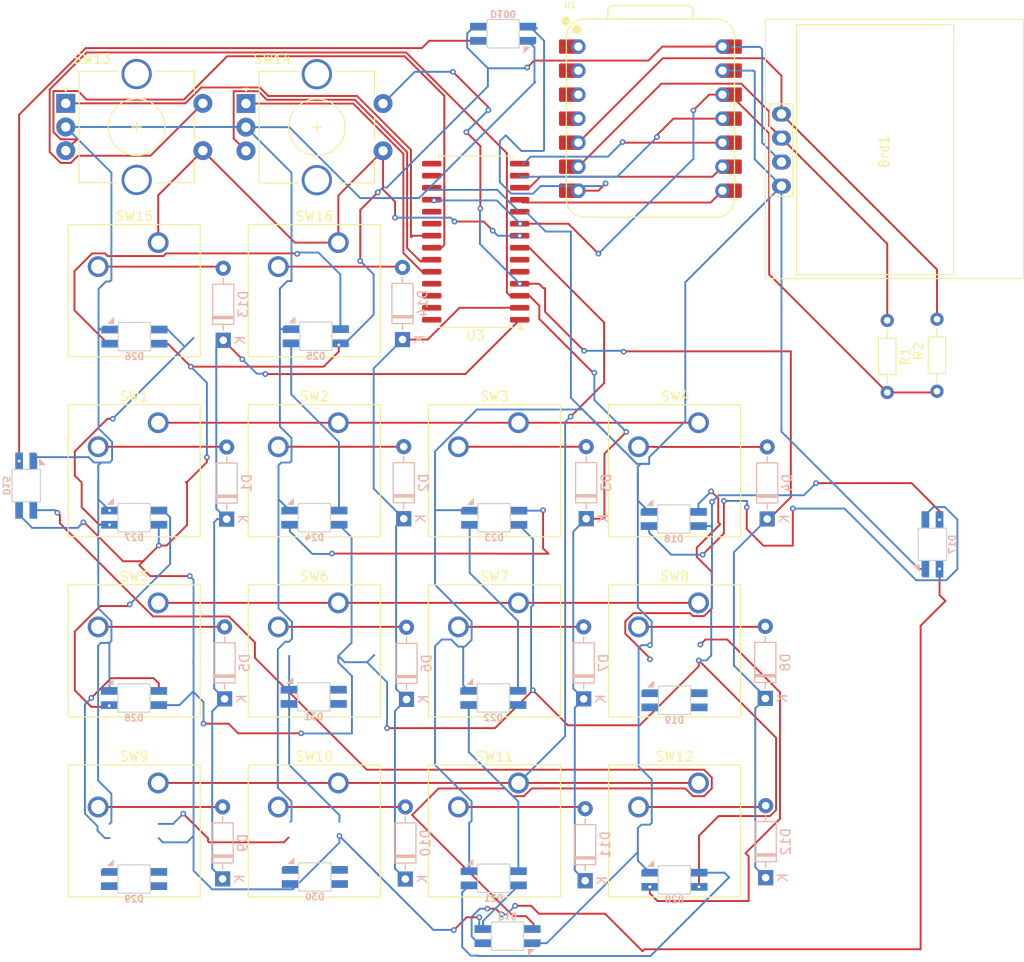
<source format=kicad_pcb>
(kicad_pcb (version 20240108) (generator "pcbnew") (generator_version "8.0")
  (layers (0 "F.Cu" signal) (31 "B.Cu" signal) (34 "B.Paste" user) (35 "F.Paste" user) (36 "B.SilkS" user "B.Silkscreen") (37 "F.SilkS" user "F.Silkscreen") (38 "B.Mask" user) (39 "F.Mask" user) (44 "Edge.Cuts" user))
  (net 0 "")
  (net 1 "+5V")
  (net 2 "GND")
  (net 3 "Net-(Brd1-SCL)")
  (net 4 "Net-(Brd1-SDA)")
  (net 5 "Net-(D1-K)")
  (net 6 "Net-(D1-A)")
  (net 7 "Net-(D2-A)")
  (net 8 "Net-(D10-K)")
  (net 9 "Net-(D11-K)")
  (net 10 "Net-(D3-A)")
  (net 11 "Net-(D4-A)")
  (net 12 "Net-(D12-K)")
  (net 13 "Net-(D5-A)")
  (net 14 "Net-(D6-A)")
  (net 15 "Net-(D7-A)")
  (net 16 "Net-(D8-A)")
  (net 17 "Net-(D9-A)")
  (net 18 "Net-(D10-A)")
  (net 19 "Net-(D11-A)")
  (net 20 "Net-(D12-A)")
  (net 21 "Net-(D13-A)")
  (net 22 "Net-(D14-A)")
  (net 23 "Net-(D15-DOUT)")
  (net 24 "Net-(D100-DOUT)")
  (net 25 "Net-(D16-DOUT)")
  (net 26 "Net-(D17-DOUT)")
  (net 27 "Net-(D18-DOUT)")
  (net 28 "Net-(D19-DOUT)")
  (net 29 "Net-(D20-DOUT)")
  (net 30 "Net-(D21-DOUT)")
  (net 31 "Net-(D22-DOUT)")
  (net 32 "Net-(D23-DOUT)")
  (net 33 "Net-(D24-DOUT)")
  (net 34 "Net-(D25-DOUT)")
  (net 35 "Net-(D26-DOUT)")
  (net 36 "Net-(D27-DOUT)")
  (net 37 "Net-(D28-DOUT)")
  (net 38 "Net-(D29-DOUT)")
  (net 39 "Net-(D30-DOUT)")
  (net 41 "Net-(D100-DIN)")
  (net 42 "+3.3V")
  (net 43 "Net-(U3-GPB4)")
  (net 44 "Net-(U3-GPB5)")
  (net 45 "Net-(U3-GPB6)")
  (net 46 "Net-(U3-GPA0)")
  (net 47 "Net-(U3-GPA1)")
  (net 48 "Net-(U3-GPB7)")
  (net 49 "Net-(U3-GPA3)")
  (net 50 "Net-(U3-GPA2)")
  (net 51 "Net-(U1-GPIO2{slash}SCK)")
  (net 54 "Net-(U1-GPIO1{slash}RX)")
  (net 57 "Net-(U1-GPIO3{slash}MOSI)")
  (net 58 "Net-(U1-GPIO4{slash}MISO)")
  (footprint "Resistor_THT:R_Axial_DIN0204_L3.6mm_D1.6mm_P7.62mm_Horizontal" (layer "F.Cu") (at 241.07 93.89 -90)
    (property "Reference" "R2")
    (property "Value" "R")
  )
  (footprint "Button_Switch_Keyboard:SW_Cherry_MX_1.00u_PCB" (layer "F.Cu") (at 158.7 142.94)
    (property "Reference" "SW9")
    (property "Value" "SW_Push")
  )
  (footprint "Button_Switch_Keyboard:SW_Cherry_MX_1.00u_PCB" (layer "F.Cu") (at 215.85 142.94)
    (property "Reference" "SW12")
    (property "Value" "SW_Push")
  )
  (footprint "Button_Switch_Keyboard:SW_Cherry_MX_1.00u_PCB" (layer "F.Cu") (at 158.7 85.79)
    (property "Reference" "SW15")
    (property "Value" "SW_Push")
  )
  (footprint "Button_Switch_Keyboard:SW_Cherry_MX_1.00u_PCB" (layer "F.Cu") (at 177.75 123.89)
    (property "Reference" "SW6")
    (property "Value" "SW_Push")
  )
  (footprint "Button_Switch_Keyboard:SW_Cherry_MX_1.00u_PCB" (layer "F.Cu") (at 215.85 104.84)
    (property "Reference" "SW4")
    (property "Value" "SW_Push")
  )
  (footprint "Package_SO:SOIC-28W_7.5x17.9mm_P1.27mm" (layer "F.Cu") (at 192.28 85.695 180)
    (property "Reference" "U3")
    (property "Value" "MCP23S17_SO")
  )
  (footprint "Rotary_Encoder:RotaryEncoder_Alps_EC11E-Switch_Vertical_H20mm_CircularMountingHoles" (layer "F.Cu") (at 148.92 71.06)
    (property "Reference" "SW13")
    (property "Value" "RotaryEncoder_Switch")
  )
  (footprint "Rotary_Encoder:RotaryEncoder_Alps_EC11E-Switch_Vertical_H20mm_CircularMountingHoles" (layer "F.Cu") (at 167.98 71.08)
    (property "Reference" "SW14")
    (property "Value" "RotaryEncoder_Switch")
  )
  (footprint "Button_Switch_Keyboard:SW_Cherry_MX_1.00u_PCB" (layer "F.Cu") (at 196.8 104.84)
    (property "Reference" "SW3")
    (property "Value" "SW_Push")
  )
  (footprint "Button_Switch_Keyboard:SW_Cherry_MX_1.00u_PCB" (layer "F.Cu") (at 158.7 104.84)
    (property "Reference" "SW1")
    (property "Value" "SW_Push")
  )
  (footprint "Button_Switch_Keyboard:SW_Cherry_MX_1.00u_PCB" (layer "F.Cu") (at 196.8 123.89)
    (property "Reference" "SW7")
    (property "Value" "SW_Push")
  )
  (footprint "Resistor_THT:R_Axial_DIN0204_L3.6mm_D1.6mm_P7.62mm_Horizontal" (layer "F.Cu") (at 235.81 94.02 -90)
    (property "Reference" "R1")
    (property "Value" "R" (hide yes))
  )
  (footprint "Button_Switch_Keyboard:SW_Cherry_MX_1.00u_PCB" (layer "F.Cu") (at 177.75 104.84)
    (property "Reference" "SW2")
    (property "Value" "SW_Push")
  )
  (footprint "Button_Switch_Keyboard:SW_Cherry_MX_1.00u_PCB" (layer "F.Cu") (at 215.85 123.89)
    (property "Reference" "SW8")
    (property "Value" "SW_Push")
  )
  (footprint "OPL:XIAO-RP2040-DIP" (layer "F.Cu") (at 210.76 72.6785)
    (property "Reference" "U1")
    (property "Value" "XIAO-RP2040-DIP")
  )
  (footprint "oled:128x64OLED" (layer "F.Cu") (at 235.22 76.19 90)
    (property "Reference" "Brd1")
    (property "Value" "SSD1306")
  )
  (footprint "Button_Switch_Keyboard:SW_Cherry_MX_1.00u_PCB" (layer "F.Cu") (at 196.8 142.94)
    (property "Reference" "SW11")
    (property "Value" "SW_Push")
  )
  (footprint "Button_Switch_Keyboard:SW_Cherry_MX_1.00u_PCB" (layer "F.Cu") (at 177.75 85.79)
    (property "Reference" "SW16")
    (property "Value" "SW_Push")
  )
  (footprint "Button_Switch_Keyboard:SW_Cherry_MX_1.00u_PCB" (layer "F.Cu") (at 177.75 142.94)
    (property "Reference" "SW10")
    (property "Value" "SW_Push")
  )
  (footprint "Button_Switch_Keyboard:SW_Cherry_MX_1.00u_PCB" (layer "F.Cu") (at 158.7 123.89)
    (property "Reference" "SW5")
    (property "Value" "SW_Push")
  )
  (footprint "led:SK6812MINI-E" (layer "B.Cu") (at 156.15 153.1 180)
    (property "Reference" "D29")
    (property "Value" "SK6812MINI" (hide yes))
    (fp_line (start 1.7 1.5) (end -1.7 1.5) (stroke (width 0.12)) (layer "Edge.Cuts"))
    (fp_line (start 1.7 -1.5) (end 1.7 1.5) (stroke (width 0.12)) (layer "Edge.Cuts"))
    (fp_line (start -1.7 1.5) (end -1.7 -1.5) (stroke (width 0.12)) (layer "Edge.Cuts"))
    (fp_line (start -1.7 -1.5) (end 1.7 -1.5) (stroke (width 0.12)) (layer "Edge.Cuts"))
  )
  (footprint "Diode_THT:D_DO-35_SOD27_P7.62mm_Horizontal" (layer "B.Cu") (at 203.97 114.99 90)
    (property "Reference" "D3")
    (property "Value" "D")
  )
  (footprint "Diode_THT:D_DO-35_SOD27_P7.62mm_Horizontal" (layer "B.Cu") (at 222.91 134 90)
    (property "Reference" "D8")
    (property "Value" "D")
  )
  (footprint "Diode_THT:D_DO-35_SOD27_P7.62mm_Horizontal" (layer "B.Cu") (at 184.67 114.99 90)
    (property "Reference" "D2")
    (property "Value" "D")
  )
  (footprint "Diode_THT:D_DO-35_SOD27_P7.62mm_Horizontal" (layer "B.Cu") (at 222.95 152.96 90)
    (property "Reference" "D12")
    (property "Value" "D")
  )
  (footprint "led:SK6812MINI-E" (layer "B.Cu") (at 156.14 133.955 180)
    (property "Reference" "D28")
    (property "Value" "SK6812MINI" (hide yes))
    (fp_line (start 1.7 1.5) (end -1.7 1.5) (stroke (width 0.12)) (layer "Edge.Cuts"))
    (fp_line (start 1.7 -1.5) (end 1.7 1.5) (stroke (width 0.12)) (layer "Edge.Cuts"))
    (fp_line (start -1.7 1.5) (end -1.7 -1.5) (stroke (width 0.12)) (layer "Edge.Cuts"))
    (fp_line (start -1.7 -1.5) (end 1.7 -1.5) (stroke (width 0.12)) (layer "Edge.Cuts"))
  )
  (footprint "led:SK6812MINI-E" (layer "B.Cu") (at 194.24 114.89 180)
    (property "Reference" "D23")
    (property "Value" "SK6812MINI" (hide yes))
    (fp_line (start 1.7 1.5) (end -1.7 1.5) (stroke (width 0.12)) (layer "Edge.Cuts"))
    (fp_line (start 1.7 -1.5) (end 1.7 1.5) (stroke (width 0.12)) (layer "Edge.Cuts"))
    (fp_line (start -1.7 1.5) (end -1.7 -1.5) (stroke (width 0.12)) (layer "Edge.Cuts"))
    (fp_line (start -1.7 -1.5) (end 1.7 -1.5) (stroke (width 0.12)) (layer "Edge.Cuts"))
  )
  (footprint "Diode_THT:D_DO-35_SOD27_P7.62mm_Horizontal" (layer "B.Cu") (at 223.11 115.02 90)
    (property "Reference" "D4")
    (property "Value" "D")
  )
  (footprint "Diode_THT:D_DO-35_SOD27_P7.62mm_Horizontal" (layer "B.Cu") (at 165.72 134.05 90)
    (property "Reference" "D5")
    (property "Value" "D")
  )
  (footprint "led:SK6812MINI-E" (layer "B.Cu") (at 240.59 117.7 -90)
    (property "Reference" "D17")
    (property "Value" "SK6812MINI" (hide yes))
    (fp_line (start -1.7 1.5) (end -1.7 -1.5) (stroke (width 0.12)) (layer "Edge.Cuts"))
    (fp_line (start 1.7 1.5) (end -1.7 1.5) (stroke (width 0.12)) (layer "Edge.Cuts"))
    (fp_line (start -1.7 -1.5) (end 1.7 -1.5) (stroke (width 0.12)) (layer "Edge.Cuts"))
    (fp_line (start 1.7 -1.5) (end 1.7 1.5) (stroke (width 0.12)) (layer "Edge.Cuts"))
  )
  (footprint "led:SK6812MINI-E" (layer "B.Cu") (at 156.16 114.88 180)
    (property "Reference" "D27")
    (property "Value" "SK6812MINI" (hide yes))
    (fp_line (start 1.7 1.5) (end -1.7 1.5) (stroke (width 0.12)) (layer "Edge.Cuts"))
    (fp_line (start 1.7 -1.5) (end 1.7 1.5) (stroke (width 0.12)) (layer "Edge.Cuts"))
    (fp_line (start -1.7 1.5) (end -1.7 -1.5) (stroke (width 0.12)) (layer "Edge.Cuts"))
    (fp_line (start -1.7 -1.5) (end 1.7 -1.5) (stroke (width 0.12)) (layer "Edge.Cuts"))
  )
  (footprint "led:SK6812MINI-E" (layer "B.Cu") (at 194.19 153.02 180)
    (property "Reference" "D21")
    (property "Value" "SK6812MINI" (hide yes))
    (fp_line (start 1.7 1.5) (end -1.7 1.5) (stroke (width 0.12)) (layer "Edge.Cuts"))
    (fp_line (start 1.7 -1.5) (end 1.7 1.5) (stroke (width 0.12)) (layer "Edge.Cuts"))
    (fp_line (start -1.7 1.5) (end -1.7 -1.5) (stroke (width 0.12)) (layer "Edge.Cuts"))
    (fp_line (start -1.7 -1.5) (end 1.7 -1.5) (stroke (width 0.12)) (layer "Edge.Cuts"))
  )
  (footprint "Diode_THT:D_DO-35_SOD27_P7.62mm_Horizontal" (layer "B.Cu") (at 165.94 115.03 90)
    (property "Reference" "D1")
    (property "Value" "D")
  )
  (footprint "led:SK6812MINI-E" (layer "B.Cu") (at 213.3 153.18 180)
    (property "Reference" "D20")
    (property "Value" "SK6812MINI" (hide yes))
    (fp_line (start 1.7 1.5) (end -1.7 1.5) (stroke (width 0.12)) (layer "Edge.Cuts"))
    (fp_line (start 1.7 -1.5) (end 1.7 1.5) (stroke (width 0.12)) (layer "Edge.Cuts"))
    (fp_line (start -1.7 1.5) (end -1.7 -1.5) (stroke (width 0.12)) (layer "Edge.Cuts"))
    (fp_line (start -1.7 -1.5) (end 1.7 -1.5) (stroke (width 0.12)) (layer "Edge.Cuts"))
  )
  (footprint "led:SK6812MINI-E" (layer "B.Cu") (at 213.31 134.195 180)
    (property "Reference" "D19")
    (property "Value" "SK6812MINI" (hide yes))
    (fp_line (start 1.7 1.5) (end -1.7 1.5) (stroke (width 0.12)) (layer "Edge.Cuts"))
    (fp_line (start 1.7 -1.5) (end 1.7 1.5) (stroke (width 0.12)) (layer "Edge.Cuts"))
    (fp_line (start -1.7 1.5) (end -1.7 -1.5) (stroke (width 0.12)) (layer "Edge.Cuts"))
    (fp_line (start -1.7 -1.5) (end 1.7 -1.5) (stroke (width 0.12)) (layer "Edge.Cuts"))
  )
  (footprint "led:SK6812MINI-E" (layer "B.Cu") (at 156.19 95.73 180)
    (property "Reference" "D26")
    (property "Value" "SK6812MINI" (hide yes))
    (fp_line (start 1.7 1.5) (end -1.7 1.5) (stroke (width 0.12)) (layer "Edge.Cuts"))
    (fp_line (start 1.7 -1.5) (end 1.7 1.5) (stroke (width 0.12)) (layer "Edge.Cuts"))
    (fp_line (start -1.7 1.5) (end -1.7 -1.5) (stroke (width 0.12)) (layer "Edge.Cuts"))
    (fp_line (start -1.7 -1.5) (end 1.7 -1.5) (stroke (width 0.12)) (layer "Edge.Cuts"))
  )
  (footprint "Diode_THT:D_DO-35_SOD27_P7.62mm_Horizontal" (layer "B.Cu") (at 165.51 153.09 90)
    (property "Reference" "D9")
    (property "Value" "D")
  )
  (footprint "Diode_THT:D_DO-35_SOD27_P7.62mm_Horizontal" (layer "B.Cu") (at 203.7 134.05 90)
    (property "Reference" "D7")
    (property "Value" "D")
  )
  (footprint "led:SK6812MINI-E" (layer "B.Cu") (at 175.22 114.88 180)
    (property "Reference" "D24")
    (property "Value" "SK6812MINI" (hide yes))
    (fp_line (start 1.7 1.5) (end -1.7 1.5) (stroke (width 0.12)) (layer "Edge.Cuts"))
    (fp_line (start 1.7 -1.5) (end 1.7 1.5) (stroke (width 0.12)) (layer "Edge.Cuts"))
    (fp_line (start -1.7 1.5) (end -1.7 -1.5) (stroke (width 0.12)) (layer "Edge.Cuts"))
    (fp_line (start -1.7 -1.5) (end 1.7 -1.5) (stroke (width 0.12)) (layer "Edge.Cuts"))
  )
  (footprint "led:SK6812MINI-E" (layer "B.Cu") (at 175.27 152.88 180)
    (property "Reference" "D30")
    (property "Value" "SK6812MINI" (hide yes))
    (fp_line (start 1.7 1.5) (end -1.7 1.5) (stroke (width 0.12)) (layer "Edge.Cuts"))
    (fp_line (start 1.7 -1.5) (end 1.7 1.5) (stroke (width 0.12)) (layer "Edge.Cuts"))
    (fp_line (start -1.7 1.5) (end -1.7 -1.5) (stroke (width 0.12)) (layer "Edge.Cuts"))
    (fp_line (start -1.7 -1.5) (end 1.7 -1.5) (stroke (width 0.12)) (layer "Edge.Cuts"))
  )
  (footprint "led:SK6812MINI-E" (layer "B.Cu") (at 213.23 115.02 180)
    (property "Reference" "D18")
    (property "Value" "SK6812MINI" (hide yes))
    (fp_line (start 1.7 1.5) (end -1.7 1.5) (stroke (width 0.12)) (layer "Edge.Cuts"))
    (fp_line (start 1.7 -1.5) (end 1.7 1.5) (stroke (width 0.12)) (layer "Edge.Cuts"))
    (fp_line (start -1.7 1.5) (end -1.7 -1.5) (stroke (width 0.12)) (layer "Edge.Cuts"))
    (fp_line (start -1.7 -1.5) (end 1.7 -1.5) (stroke (width 0.12)) (layer "Edge.Cuts"))
  )
  (footprint "Diode_THT:D_DO-35_SOD27_P7.62mm_Horizontal" (layer "B.Cu") (at 184.84 153.1 90)
    (property "Reference" "D10")
    (property "Value" "D")
  )
  (footprint "led:SK6812MINI-E" (layer "B.Cu") (at 195.65 159.14)
    (property "Reference" "D16")
    (property "Value" "SK6812MINI" (hide yes))
    (fp_line (start -1.7 -1.5) (end 1.7 -1.5) (stroke (width 0.12)) (layer "Edge.Cuts"))
    (fp_line (start -1.7 1.5) (end -1.7 -1.5) (stroke (width 0.12)) (layer "Edge.Cuts"))
    (fp_line (start 1.7 -1.5) (end 1.7 1.5) (stroke (width 0.12)) (layer "Edge.Cuts"))
    (fp_line (start 1.7 1.5) (end -1.7 1.5) (stroke (width 0.12)) (layer "Edge.Cuts"))
  )
  (footprint "Diode_THT:D_DO-35_SOD27_P7.62mm_Horizontal" (layer "B.Cu") (at 165.58 96.12 90)
    (property "Reference" "D13")
    (property "Value" "D")
  )
  (footprint "Diode_THT:D_DO-35_SOD27_P7.62mm_Horizontal" (layer "B.Cu") (at 203.86 153.28 90)
    (property "Reference" "D11")
    (property "Value" "D")
  )
  (footprint "led:SK6812MINI-E" (layer "B.Cu") (at 194.15 133.945 180)
    (property "Reference" "D22")
    (property "Value" "SK6812MINI" (hide yes))
    (fp_line (start 1.7 1.5) (end -1.7 1.5) (stroke (width 0.12)) (layer "Edge.Cuts"))
    (fp_line (start 1.7 -1.5) (end 1.7 1.5) (stroke (width 0.12)) (layer "Edge.Cuts"))
    (fp_line (start -1.7 1.5) (end -1.7 -1.5) (stroke (width 0.12)) (layer "Edge.Cuts"))
    (fp_line (start -1.7 -1.5) (end 1.7 -1.5) (stroke (width 0.12)) (layer "Edge.Cuts"))
  )
  (footprint "led:SK6812MINI-E" (layer "B.Cu") (at 175.15 133.83 180)
    (property "Reference" "D31")
    (property "Value" "SK6812MINI" (hide yes))
    (fp_line (start 1.7 1.5) (end -1.7 1.5) (stroke (width 0.12)) (layer "Edge.Cuts"))
    (fp_line (start 1.7 -1.5) (end 1.7 1.5) (stroke (width 0.12)) (layer "Edge.Cuts"))
    (fp_line (start -1.7 1.5) (end -1.7 -1.5) (stroke (width 0.12)) (layer "Edge.Cuts"))
    (fp_line (start -1.7 -1.5) (end 1.7 -1.5) (stroke (width 0.12)) (layer "Edge.Cuts"))
  )
  (footprint "led:SK6812MINI-E" (layer "B.Cu") (at 195.18 63.7)
    (property "Reference" "D100")
    (property "Value" "SK6812MINI" (hide yes))
    (fp_line (start -1.7 -1.5) (end 1.7 -1.5) (stroke (width 0.12)) (layer "Edge.Cuts"))
    (fp_line (start -1.7 1.5) (end -1.7 -1.5) (stroke (width 0.12)) (layer "Edge.Cuts"))
    (fp_line (start 1.7 -1.5) (end 1.7 1.5) (stroke (width 0.12)) (layer "Edge.Cuts"))
    (fp_line (start 1.7 1.5) (end -1.7 1.5) (stroke (width 0.12)) (layer "Edge.Cuts"))
  )
  (footprint "led:SK6812MINI-E" (layer "B.Cu") (at 175.37 95.69 180)
    (property "Reference" "D25")
    (property "Value" "SK6812MINI" (hide yes))
    (fp_line (start 1.7 1.5) (end -1.7 1.5) (stroke (width 0.12)) (layer "Edge.Cuts"))
    (fp_line (start 1.7 -1.5) (end 1.7 1.5) (stroke (width 0.12)) (layer "Edge.Cuts"))
    (fp_line (start -1.7 1.5) (end -1.7 -1.5) (stroke (width 0.12)) (layer "Edge.Cuts"))
    (fp_line (start -1.7 -1.5) (end 1.7 -1.5) (stroke (width 0.12)) (layer "Edge.Cuts"))
  )
  (footprint "led:SK6812MINI-E" (layer "B.Cu") (at 144.74 111.49 90)
    (property "Reference" "D15")
    (property "Value" "SK6812MINI" (hide yes))
    (fp_line (start 1.7 -1.5) (end 1.7 1.5) (stroke (width 0.12)) (layer "Edge.Cuts"))
    (fp_line (start -1.7 -1.5) (end 1.7 -1.5) (stroke (width 0.12)) (layer "Edge.Cuts"))
    (fp_line (start 1.7 1.5) (end -1.7 1.5) (stroke (width 0.12)) (layer "Edge.Cuts"))
    (fp_line (start -1.7 1.5) (end -1.7 -1.5) (stroke (width 0.12)) (layer "Edge.Cuts"))
  )
  (footprint "Diode_THT:D_DO-35_SOD27_P7.62mm_Horizontal" (layer "B.Cu") (at 184.54 96.04 90)
    (property "Reference" "D14")
    (property "Value" "D")
  )
  (footprint "Diode_THT:D_DO-35_SOD27_P7.62mm_Horizontal" (layer "B.Cu") (at 184.96 134.1 90)
    (property "Reference" "D6")
    (property "Value" "D")
  )
  (segment (start 202.04 136.84) (end 209.633528 136.84) (width 0.2) (layer "F.Cu") (net 1))
  (segment (start 156.728528 119.861472) (end 156.728528 119.938629) (width 0.2) (layer "F.Cu") (net 1))
  (segment (start 197.73 67.27) (end 198.4635 66.5365) (width 0.2) (layer "F.Cu") (net 1))
  (segment (start 161.75 111.25) (end 161.62 111.12) (width 0.2) (layer "F.Cu") (net 1))
  (segment (start 215.9 148.85) (end 215.9 148.95) (width 0.2) (layer "F.Cu") (net 1))
  (segment (start 241.55 114.89) (end 241.34 115.1) (width 0.2) (layer "F.Cu") (net 1))
  (segment (start 157.155 119.435) (end 156.728528 119.861472) (width 0.2) (layer "F.Cu") (net 1))
  (segment (start 194.32 137.14) (end 198.33 133.13) (width 0.2) (layer "F.Cu") (net 1))
  (segment (start 215.9 148.85) (end 215.9 148.51) (width 0.2) (layer "F.Cu") (net 1))
  (segment (start 198.4635 66.5365) (end 210.5435 66.5365) (width 0.2) (layer "F.Cu") (net 1))
  (segment (start 180.07 82.33) (end 180.07 87.73) (width 0.2) (layer "F.Cu") (net 1))
  (segment (start 198.33 133.13) (end 202.04 136.84) (width 0.2) (layer "F.Cu") (net 1))
  (segment (start 159.75 96.51) (end 159.13 96.51) (width 0.2) (layer "F.Cu") (net 1))
  (segment (start 162.15 98.91) (end 159.75 96.51) (width 0.2) (layer "F.Cu") (net 1))
  (segment (start 215.9 148.51) (end 217.97 146.44) (width 0.2) (layer "F.Cu") (net 1))
  (segment (start 177.8 97.308528) (end 177.8 96.62) (width 0.2) (layer "F.Cu") (net 1))
  (segment (start 154.99 119.49) (end 150.84 115.34) (width 0.2) (layer "F.Cu") (net 1))
  (segment (start 159.58 117.83) (end 161.75 115.66) (width 0.2) (layer "F.Cu") (net 1))
  (segment (start 162.04 121.06) (end 162.08 121.1) (width 0.2) (layer "F.Cu") (net 1))
  (segment (start 181.92 80.48) (end 180.07 82.33) (width 0.2) (layer "F.Cu") (net 1))
  (segment (start 158.76 117.83) (end 157.155 119.435) (width 0.2) (layer "F.Cu") (net 1))
  (segment (start 223.405635 146.44) (end 224.05 145.795635) (width 0.2) (layer "F.Cu") (net 1))
  (segment (start 224.05 138.16) (end 215.87 129.98) (width 0.2) (layer "F.Cu") (net 1))
  (segment (start 156.728528 119.938629) (end 157.849899 121.06) (width 0.2) (layer "F.Cu") (net 1))
  (segment (start 209.633528 136.84) (end 215.87 130.603528) (width 0.2) (layer "F.Cu") (net 1))
  (segment (start 157.155 119.435) (end 157.1 119.49) (width 0.2) (layer "F.Cu") (net 1))
  (segment (start 224.05 145.795635) (end 224.05 138.16) (width 0.2) (layer "F.Cu") (net 1))
  (segment (start 167.16 137.69) (end 166.14 136.67) (width 0.2) (layer "F.Cu") (net 1))
  (segment (start 161.737056 111.12) (end 163.85 109.007056) (width 0.2) (layer "F.Cu") (net 1))
  (segment (start 166.14 136.67) (end 163.49 136.67) (width 0.2) (layer "F.Cu") (net 1))
  (segment (start 210.5435 66.5365) (end 212.0215 65.0585) (width 0.2) (layer "F.Cu") (net 1))
  (segment (start 217.97 146.44) (end 223.405635 146.44) (width 0.2) (layer "F.Cu") (net 1))
  (segment (start 157.849899 121.06) (end 162.04 121.06) (width 0.2) (layer "F.Cu") (net 1))
  (segment (start 238.38 111.23) (end 241.55 114.4) (width 0.2) (layer "F.Cu") (net 1))
  (segment (start 215.87 130.603528) (end 215.87 129.98) (width 0.2) (layer "F.Cu") (net 1))
  (segment (start 158.76 117.83) (end 159.58 117.83) (width 0.2) (layer "F.Cu") (net 1))
  (segment (start 228.27 111.23) (end 238.38 111.23) (width 0.2) (layer "F.Cu") (net 1))
  (segment (start 189.97 158.5) (end 191.32 157.15) (width 0.2) (layer "F.Cu") (net 1))
  (segment (start 162.15 98.91) (end 171.118528 98.91) (width 0.2) (layer "F.Cu") (net 1))
  (segment (start 241.55 114.4) (end 241.55 114.89) (width 0.2) (layer "F.Cu") (net 1))
  (segment (start 150.84 115.34) (end 150.895 115.395) (width 0.2) (layer "F.Cu") (net 1))
  (segment (start 171.118528 98.91) (end 176.198528 98.91) (width 0.2) (layer "F.Cu") (net 1))
  (segment (start 173.82 137.69) (end 167.16 137.69) (width 0.2) (layer "F.Cu") (net 1))
  (segment (start 162.08 121.1) (end 162.08 121.23) (width 0.2) (layer "F.Cu") (net 1))
  (segment (start 191.32 157.15) (end 192.66 157.15) (width 0.2) (layer "F.Cu") (net 1))
  (segment (start 182.91 137.14) (end 194.32 137.14) (width 0.2) (layer "F.Cu") (net 1))
  (segment (start 215.9 153.93) (end 215.9 148.85) (width 0.2) (layer "F.Cu") (net 1))
  (segment (start 212.0215 65.0585) (end 218.38 65.0585) (width 0.2) (layer "F.Cu") (net 1))
  (segment (start 163.85 109.007056) (end 163.85 108.5) (width 0.2) (layer "F.Cu") (net 1))
  (segment (start 161.62 111.12) (end 161.737056 111.12) (width 0.2) (layer "F.Cu") (net 1))
  (segment (start 161.75 115.66) (end 161.75 111.25) (width 0.2) (layer "F.Cu") (net 1))
  (segment (start 176.198528 98.91) (end 177.8 97.308528) (width 0.2) (layer "F.Cu") (net 1))
  (segment (start 157.1 119.49) (end 154.99 119.49) (width 0.2) (layer "F.Cu") (net 1))
  (via (at 215.87 129.98) (size 0.6) (drill 0.3) (layers "F.Cu" "B.Cu") (net 1))
  (via (at 241.34 115.1) (size 0.6) (drill 0.3) (layers "F.Cu" "B.Cu") (net 1))
  (via (at 158.76 117.83) (size 0.6) (drill 0.3) (layers "F.Cu" "B.Cu") (net 1))
  (via (at 192.66 157.15) (size 0.6) (drill 0.3) (layers "F.Cu" "B.Cu") (net 1))
  (via (at 198.33 133.13) (size 0.6) (drill 0.3) (layers "F.Cu" "B.Cu") (net 1))
  (via (at 217.27 113.22) (size 0.6) (drill 0.3) (layers "F.Cu" "B.Cu") (net 1))
  (via (at 150.78 115.37) (size 0.6) (drill 0.3) (layers "F.Cu" "B.Cu") (net 1))
  (via (at 177.87 148.55) (size 0.6) (drill 0.3) (layers "F.Cu" "B.Cu") (net 1))
  (via (at 215.9 153.93) (size 0.6) (drill 0.3) (layers "F.Cu" "B.Cu") (net 1))
  (via (at 173.82 137.69) (size 0.6) (drill 0.3) (layers "F.Cu" "B.Cu") (net 1))
  (via (at 197.73 67.27) (size 0.6) (drill 0.3) (layers "F.Cu" "B.Cu") (net 1))
  (via (at 189.97 158.5) (size 0.6) (drill 0.3) (layers "F.Cu" "B.Cu") (net 1))
  (via (at 177.8 96.62) (size 0.6) (drill 0.3) (layers "F.Cu" "B.Cu") (net 1))
  (via (at 163.49 136.67) (size 0.6) (drill 0.3) (layers "F.Cu" "B.Cu") (net 1))
  (via (at 180.07 87.73) (size 0.6) (drill 0.3) (layers "F.Cu" "B.Cu") (net 1))
  (via (at 181.92 80.48) (size 0.6) (drill 0.3) (layers "F.Cu" "B.Cu") (net 1))
  (via (at 162.04 121.06) (size 0.6) (drill 0.3) (layers "F.Cu" "B.Cu") (net 1))
  (via (at 182.91 137.14) (size 0.6) (drill 0.3) (layers "F.Cu" "B.Cu") (net 1))
  (via (at 162.15 98.91) (size 0.6) (drill 0.3) (layers "F.Cu" "B.Cu") (net 1))
  (via (at 228.27 111.23) (size 0.6) (drill 0.3) (layers "F.Cu" "B.Cu") (net 1))
  (via (at 163.85 108.5) (size 0.6) (drill 0.3) (layers "F.Cu" "B.Cu") (net 1))
  (segment (start 217.27 124.37) (end 217.27 116.01) (width 0.2) (layer "B.Cu") (net 1))
  (segment (start 162.44 130.2) (end 162.41 130.23) (width 0.2) (layer "B.Cu") (net 1))
  (segment (start 222.58 75.23) (end 222.58 65.33) (width 0.2) (layer "B.Cu") (net 1))
  (segment (start 163.85 100.61) (end 162.15 98.91) (width 0.2) (layer "B.Cu") (net 1))
  (segment (start 187.8 158.48) (end 190.07 158.48) (width 0.2) (layer "B.Cu") (net 1))
  (segment (start 182.88 79.96) (end 182.44 79.96) (width 0.2) (layer "B.Cu") (net 1))
  (segment (start 160.955 134.705) (end 162.335 133.325) (width 0.2) (layer "B.Cu") (net 1))
  (segment (start 158.78 117.85) (end 158.76 117.83) (width 0.2) (layer "B.Cu") (net 1))
  (segment (start 159.2 149.22) (end 158.75 148.77) (width 0.2) (layer "B.Cu") (net 1))
  (segment (start 217.98 112.51) (end 226.99 112.51) (width 0.2) (layer "B.Cu") (net 1))
  (segment (start 182.91 132.292944) (end 182.91 137.14) (width 0.2) (layer "B.Cu") (net 1))
  (segment (start 198.33 133.13) (end 198.14 132.94) (width 0.2) (layer "B.Cu") (net 1))
  (segment (start 217.27 113.22) (end 217.98 112.51) (width 0.2) (layer "B.Cu") (net 1))
  (segment (start 222.58 65.33) (end 222.34 65.09) (width 0.2) (layer "B.Cu") (net 1))
  (segment (start 193.05 157.54) (end 193.05 158.39) (width 0.2) (layer "B.Cu") (net 1))
  (segment (start 193.57 67.35) (end 193.57 69.27) (width 0.2) (layer "B.Cu") (net 1))
  (segment (start 192.66 157.15) (end 192.66 158) (width 0.2) (layer "B.Cu") (net 1))
  (segment (start 178.46 96.44) (end 177.97 96.44) (width 0.2) (layer "B.Cu") (net 1))
  (segment (start 163.85 108.5) (end 163.85 100.61) (width 0.2) (layer "B.Cu") (net 1))
  (segment (start 177.87 148.55) (end 187.8 158.48) (width 0.2) (layer "B.Cu") (net 1))
  (segment (start 180.787056 130.17) (end 182.91 132.292944) (width 0.2) (layer "B.Cu") (net 1))
  (segment (start 173.84 137.71) (end 173.82 137.69) (width 0.2) (layer "B.Cu") (net 1))
  (segment (start 217.19 129.467056) (end 217.19 124.45) (width 0.2) (layer "B.Cu") (net 1))
  (segment (start 179.15 116.96) (end 179.15 128.1) (width 0.2) (layer "B.Cu") (net 1))
  (segment (start 181.49 93.41) (end 178.46 96.44) (width 0.2) (layer "B.Cu") (net 1))
  (segment (start 192.09 62.95) (end 191.38 63.66) (width 0.2) (layer "B.Cu") (net 1))
  (segment (start 224.62 77.27) (end 222.58 75.23) (width 0.2) (layer "B.Cu") (net 1))
  (segment (start 193.57 69.27) (end 182.88 79.96) (width 0.2) (layer "B.Cu") (net 1))
  (segment (start 158.76 115.63) (end 158.76 117.83) (width 0.2) (layer "B.Cu") (net 1))
  (segment (start 179.19 131.638528) (end 179.19 137.71) (width 0.2) (layer "B.Cu") (net 1))
  (segment (start 222.34 65.09) (end 219.34 65.09) (width 0.2) (layer "B.Cu") (net 1))
  (segment (start 217.27 116.01) (end 217.27 115.91) (width 0.2) (layer "B.Cu") (net 1))
  (segment (start 162.44 130.09) (end 162.44 130.2) (width 0.2) (layer "B.Cu") (net 1))
  (segment (start 179.15 128.1) (end 177.75 129.5) (width 0.2) (layer "B.Cu") (net 1))
  (segment (start 181.49 89.15) (end 181.49 93.41) (width 0.2) (layer "B.Cu") (net 1))
  (segment (start 177.75 129.5) (end 177.75 130.198528) (width 0.2) (layer "B.Cu") (net 1))
  (segment (start 158.74 134.705) (end 160.955 134.705) (width 0.2) (layer "B.Cu") (net 1))
  (segment (start 162.44 148.517056) (end 161.737056 149.22) (width 0.2) (layer "B.Cu") (net 1))
  (segment (start 198.14 132.94) (end 198.14 124.34) (width 0.2) (layer "B.Cu") (net 1))
  (segment (start 193.57 67.35) (end 197.45 67.35) (width 0.2) (layer "B.Cu") (net 1))
  (segment (start 228.16 111.12) (end 228.27 111.23) (width 0.2) (layer "B.Cu") (net 1))
  (segment (start 178.42 130.17) (end 180.787056 130.17) (width 0.2) (layer "B.Cu") (net 1))
  (segment (start 180.787056 130.17) (end 181.55 129.407056) (width 0.2) (layer "B.Cu") (net 1))
  (segment (start 192.66 158) (end 193.05 158.39) (width 0.2) (layer "B.Cu") (net 1))
  (segment (start 190.07 158.48) (end 190.05 158.5) (width 0.2) (layer "B.Cu") (net 1))
  (segment (start 196.79 153.8) (end 193.05 157.54) (width 0.2) (layer "B.Cu") (net 1))
  (segment (start 191.38 65.16) (end 193.57 67.35) (width 0.2) (layer "B.Cu") (net 1))
  (segment (start 145.37 115.96) (end 150.19 115.96) (width 0.2) (layer "B.Cu") (net 1))
  (segment (start 198.35 124.13) (end 198.35 117.15) (width 0.2) (layer "B.Cu") (net 1))
  (segment (start 192.58 62.95) (end 192.09 62.95) (width 0.2) (layer "B.Cu") (net 1))
  (segment (start 162.335 133.325) (end 162.44 133.325) (width 0.2) (layer "B.Cu") (net 1))
  (segment (start 164.41 154.19) (end 172.928528 154.19) (width 0.2) (layer "B.Cu") (net 1))
  (segment (start 143.99 114.09) (end 143.99 114.58) (width 0.2) (layer "B.Cu") (net 1))
  (segment (start 197.53 67.27) (end 197.73 67.27) (width 0.2) (layer "B.Cu") (net 1))
  (segment (start 198.14 124.34) (end 198.35 124.13) (width 0.2) (layer "B.Cu") (net 1))
  (segment (start 216.677056 129.98) (end 217.19 129.467056) (width 0.2) (layer "B.Cu") (net 1))
  (segment (start 162.44 133.325) (end 162.44 148.517056) (width 0.2) (layer "B.Cu") (net 1))
  (segment (start 177.82 115.63) (end 179.15 116.96) (width 0.2) (layer "B.Cu") (net 1))
  (segment (start 161.737056 149.22) (end 159.2 149.22) (width 0.2) (layer "B.Cu") (net 1))
  (segment (start 217.27 116.01) (end 217.27 113.22) (width 0.2) (layer "B.Cu") (net 1))
  (segment (start 198.35 117.15) (end 196.84 115.64) (width 0.2) (layer "B.Cu") (net 1))
  (segment (start 177.75 130.198528) (end 179.19 131.638528) (width 0.2) (layer "B.Cu") (net 1))
  (segment (start 162.44 121.46) (end 162.44 130.09) (width 0.2) (layer "B.Cu") (net 1))
  (segment (start 163.49 136.67) (end 163.49 134.375) (width 0.2) (layer "B.Cu") (net 1))
  (segment (start 162.44 152.22) (end 164.41 154.19) (width 0.2) (layer "B.Cu") (net 1))
  (segment (start 217.27 115.91) (end 217.13 115.77) (width 0.2) (layer "B.Cu") (net 1))
  (segment (start 197.45 67.35) (end 197.53 67.27) (width 0.2) (layer "B.Cu") (net 1))
  (segment (start 190.05 158.5) (end 189.97 158.5) (width 0.2) (layer "B.Cu") (net 1))
  (segment (start 191.38 63.66) (end 191.38 65.16) (width 0.2) (layer "B.Cu") (net 1))
  (segment (start 172.928528 154.19) (end 177.87 149.248528) (width 0.2) (layer "B.Cu") (net 1))
  (segment (start 217.19 124.45) (end 217.27 124.37) (width 0.2) (layer "B.Cu") (net 1))
  (segment (start 180.07 87.73) (end 181.49 89.15) (width 0.2) (layer "B.Cu") (net 1))
  (segment (start 217.13 115.77) (end 215.83 115.77) (width 0.2) (layer "B.Cu") (net 1))
  (segment (start 143.99 114.58) (end 145.37 115.96) (width 0.2) (layer "B.Cu") (net 1))
  (segment (start 215.87 129.98) (end 216.677056 129.98) (width 0.2) (layer "B.Cu") (net 1))
  (segment (start 182.44 79.96) (end 181.92 80.48) (width 0.2) (layer "B.Cu") (net 1))
  (segment (start 177.87 149.248528) (end 177.87 148.55) (width 0.2) (layer "B.Cu") (net 1))
  (segment (start 162.44 133.325) (end 162.44 130.09) (width 0.2) (layer "B.Cu") (net 1))
  (segment (start 177.75 129.5) (end 178.42 130.17) (width 0.2) (layer "B.Cu") (net 1))
  (segment (start 162.04 121.06) (end 162.44 121.46) (width 0.2) (layer "B.Cu") (net 1))
  (segment (start 226.99 112.51) (end 228.27 111.23) (width 0.2) (layer "B.Cu") (net 1))
  (segment (start 150.19 115.96) (end 150.78 115.37) (width 0.2) (layer "B.Cu") (net 1))
  (segment (start 179.19 137.71) (end 173.84 137.71) (width 0.2) (layer "B.Cu") (net 1))
  (segment (start 162.44 148.517056) (end 162.44 152.22) (width 0.2) (layer "B.Cu") (net 1))
  (segment (start 163.49 134.375) (end 162.44 133.325) (width 0.2) (layer "B.Cu") (net 1))
  (via (at 153.56 114.13) (size 0.6) (drill 0.3) (layers "F.Cu" "B.Cu") (net 2))
  (via (at 210.71 128.365) (size 0.6) (drill 0.3) (layers "F.Cu" "B.Cu") (net 2))
  (segment (start 172.8 78.4) (end 172.8 89.83) (width 0.2) (layer "B.Cu") (net 2))
  (segment (start 187.98 114.09) (end 190.68 114.09) (width 0.2) (layer "B.Cu") (net 2))
  (segment (start 209.81 128.365) (end 209.51 128.665) (width 0.2) (layer "B.Cu") (net 2))
  (segment (start 209.43 151.16) (end 210.7 152.43) (width 0.2) (layer "B.Cu") (net 2))
  (segment (start 167.98 73.58) (end 172.8 78.4) (width 0.2) (layer "B.Cu") (net 2))
  (segment (start 187.38 79.99) (end 198.495 68.875) (width 0.2) (layer "B.Cu") (net 2))
  (segment (start 171.57 94.82) (end 171.57 105.230101) (width 0.2) (layer "B.Cu") (net 2))
  (segment (start 172.8 144.900101) (end 172.8 146.92) (width 0.2) (layer "B.Cu") (net 2))
  (segment (start 172.8 146.92) (end 172.67 147.05) (width 0.2) (layer "B.Cu") (net 2))
  (segment (start 152.51 94.88) (end 152.61 94.98) (width 0.2) (layer "B.Cu") (net 2))
  (segment (start 172.567006 73.58) (end 167.98 73.58) (width 0.2) (layer "B.Cu") (net 2))
  (segment (start 190.96 132.605) (end 190.96 128.65) (width 0.2) (layer "B.Cu") (net 2))
  (segment (start 152.36 112.93) (end 152.36 110.96) (width 0.2) (layer "B.Cu") (net 2))
  (segment (start 187.98 128.472944) (end 188.682944 127.77) (width 0.2) (layer "B.Cu") (net 2))
  (segment (start 172.77 89.86) (end 172.36 89.86) (width 0.2) (layer "B.Cu") (net 2))
  (segment (start 209.43 110.37) (end 209.43 124.380101) (width 0.2) (layer "B.Cu") (net 2))
  (segment (start 209.43 109.49) (end 209.43 110.37) (width 0.2) (layer "B.Cu") (net 2))
  (segment (start 152.61 94.98) (end 153.59 94.98) (width 0.2) (layer "B.Cu") (net 2))
  (segment (start 190.432056 128.525) (end 191.14 128.525) (width 0.2) (layer "B.Cu") (net 2))
  (segment (start 221.7 67.68) (end 221.6185 67.5985) (width 0.2) (layer "B.Cu") (net 2))
  (segment (start 209.73 109.19) (end 209.43 109.49) (width 0.2) (layer "B.Cu") (net 2))
  (segment (start 153.59 89.9) (end 153.18 89.9) (width 0.2) (layer "B.Cu") (net 2))
  (segment (start 209.43 150.25) (end 199.79 159.89) (width 0.2) (layer "B.Cu") (net 2))
  (segment (start 153.75 125.850101) (end 153.75 127.915) (width 0.2) (layer "B.Cu") (net 2))
  (segment (start 171.42 112.93) (end 171.42 109.37) (width 0.2) (layer "B.Cu") (net 2))
  (segment (start 152.36 110.96) (end 152.36 124.460101) (width 0.2) (layer "B.Cu") (net 2))
  (segment (start 224.62 79.81) (end 224.62 105.778528) (width 0.2) (layer "B.Cu") (net 2))
  (segment (start 187.38 80.21) (end 194.56 80.21) (width 0.2) (layer "B.Cu") (net 2))
  (segment (start 152.39 90.69) (end 152.39 94.88) (width 0.2) (layer "B.Cu") (net 2))
  (segment (start 153.56 114.13) (end 152.36 112.93) (width 0.2) (layer "B.Cu") (net 2))
  (segment (start 151.337056 108.48) (end 145.9 108.48) (width 0.2) (layer "B.Cu") (net 2))
  (segment (start 210.9 147.15) (end 210.7 147.35) (width 0.2) (layer "B.Cu") (net 2))
  (segment (start 151.907056 109.05) (end 151.337056 108.48) (width 0.2) (layer "B.Cu") (net 2))
  (segment (start 171.35 128.79) (end 171.35 143.450101) (width 0.2) (layer "B.Cu") (net 2))
  (segment (start 191.59 147.19) (end 191.59 152.27) (width 0.2) (layer "B.Cu") (net 2))
  (segment (start 172.85 125.900101) (end 172.85 127.7) (width 0.2) (layer "B.Cu") (net 2))
  (segment (start 198.495 65.165) (end 197.78 64.45) (width 0.2) (layer "B.Cu") (net 2))
  (segment (start 172.62 114.13) (end 171.42 112.93) (width 0.2) (layer "B.Cu") (net 2))
  (segment (start 210.63 109.19) (end 209.73 109.19) (width 0.2) (layer "B.Cu") (net 2))
  (segment (start 209.330101 109.19) (end 210.63 109.19) (width 0.2) (layer "B.Cu") (net 2))
  (segment (start 153.82 106.870101) (end 153.82 108.79) (width 0.2) (layer "B.Cu") (net 2))
  (segment (start 187.98 121.980101) (end 187.98 114.09) (width 0.2) (layer "B.Cu") (net 2))
  (segment (start 171.35 143.450101) (end 172.8 144.900101) (width 0.2) (layer "B.Cu") (net 2))
  (segment (start 187.98 107.870101) (end 192.410101 103.44) (width 0.2) (layer "B.Cu") (net 2))
  (segment (start 152.64 128.125) (end 152.34 128.425) (width 0.2) (layer "B.Cu") (net 2))
  (segment (start 153.54 133.205) (end 153.54 128.125) (width 0.2) (layer "B.Cu") (net 2))
  (segment (start 210.9 125.850101) (end 210.9 128.175) (width 0.2) (layer "B.Cu") (net 2))
  (segment (start 209.43 113.07) (end 209.43 110.37) (width 0.2) (layer "B.Cu") (net 2))
  (segment (start 210.9 142.59) (end 210.9 147.15) (width 0.2) (layer "B.Cu") (net 2))
  (segment (start 209.43 124.380101) (end 210.9 125.850101) (width 0.2) (layer "B.Cu") (net 2))
  (segment (start 152.39 94.88) (end 152.51 94.88) (width 0.2) (layer "B.Cu") (net 2))
  (segment (start 148.92 73.56) (end 153.75 78.39) (width 0.2) (layer "B.Cu") (net 2))
  (segment (start 148.92 73.56) (end 167.96 73.56) (width 0.2) (layer "B.Cu") (net 2))
  (segment (start 171.69 94.94) (end 172.77 94.94) (width 0.2) (layer "B.Cu") (net 2))
  (segment (start 209.51 141.2) (end 210.9 142.59) (width 0.2) (layer "B.Cu") (net 2))
  (segment (start 152.39 94.88) (end 152.39 105.440101) (width 0.2) (layer "B.Cu") (net 2))
  (segment (start 186.29 81.08) (end 180.067006 81.08) (width 0.2) (layer "B.Cu") (net 2))
  (segment (start 187.38 79.99) (end 186.29 81.08) (width 0.2) (layer "B.Cu") (net 2))
  (segment (start 209.43 147.72) (end 209.43 150.25) (width 0.2) (layer "B.Cu") (net 2))
  (segment (start 209.43 150.25) (end 209.43 151.16) (width 0.2) (layer "B.Cu") (net 2))
  (segment (start 152.34 128.425) (end 152.34 142.68) (width 0.2) (layer "B.Cu") (net 2))
  (segment (start 224.62 79.81) (end 221.8 76.99) (width 0.2) (layer "B.Cu") (net 2))
  (segment (start 214.45 89.98) (end 224.62 79.81) (width 0.2) (layer "B.Cu") (net 2))
  (segment (start 191.85 144.900101) (end 187.98 141.030101) (width 0.2) (layer "B.Cu") (net 2))
  (segment (start 172.8 89.83) (end 172.77 89.86) (width 0.2) (layer "B.Cu") (net 2))
  (segment (start 187.38 79.99) (end 187.38 80.21) (width 0.2) (layer "B.Cu") (net 2))
  (segment (start 209.8 147.35) (end 209.43 147.72) (width 0.2) (layer "B.Cu") (net 2))
  (segment (start 153.18 89.9) (end 152.39 90.69) (width 0.2) (layer "B.Cu") (net 2))
  (segment (start 153.75 144.09) (end 153.75 147.07) (width 0.2) (layer "B.Cu") (net 2))
  (segment (start 172.36 89.86) (end 171.57 90.65) (width 0.2) (layer "B.Cu") (net 2))
  (segment (start 145.9 108.48) (end 145.49 108.89) (width 0.2) (layer "B.Cu") (net 2))
  (segment (start 189.677056 127.77) (end 190.432056 128.525) (width 0.2) (layer "B.Cu") (net 2))
  (segment (start 153.82 108.79) (end 153.56 109.05) (width 0.2) (layer "B.Cu") (net 2))
  (segment (start 153.75 78.39) (end 153.75 89.74) (width 0.2) (layer "B.Cu") (net 2))
  (segment (start 172.62 109.05) (end 171.72 109.05) (width 0.2) (layer "B.Cu") (net 2))
  (segment (start 153.75 127.915) (end 153.54 128.125) (width 0.2) (layer "B.Cu") (net 2))
  (segment (start 152.34 142.68) (end 153.75 144.09) (width 0.2) (layer "B.Cu") (net 2))
  (segment (start 171.42 109.37) (end 171.42 124.470101) (width 0.2) (layer "B.Cu") (net 2))
  (segment (start 152.66 109.05) (end 152.36 109.35) (width 0.2) (layer "B.Cu") (net 2))
  (segment (start 191.85 146.93) (end 191.85 144.900101) (width 0.2) (layer "B.Cu") (net 2))
  (segment (start 152.36 109.35) (end 152.36 110.96) (width 0.2) (layer "B.Cu") (net 2))
  (segment (start 172.8 106.460101) (end 172.8 108.87) (width 0.2) (layer "B.Cu") (net 2))
  (segment (start 191.55 133.195) (end 190.96 132.605) (width 0.2) (layer "B.Cu") (net 2))
  (segment (start 172.8 108.87) (end 172.62 109.05) (width 0.2) (layer "B.Cu") (net 2))
  (segment (start 209.330101 109.19) (end 202.35 102.209899) (width 0.2) (layer "B.Cu") (net 2))
  (segment (start 198.495 68.875) (end 198.59 68.78) (width 0.2) (layer "B.Cu") (net 2))
  (segment (start 191.14 128.525) (end 191.85 127.815) (width 0.2) (layer "B.Cu") (net 2))
  (segment (start 210.9 128.175) (end 210.71 128.365) (width 0.2) (layer "B.Cu") (net 2))
  (segment (start 153.75 147.07) (end 153.55 147.27) (width 0.2) (layer "B.Cu") (net 2))
  (segment (start 171.57 105.230101) (end 172.8 106.460101) (width 0.2) (layer "B.Cu") (net 2))
  (segment (start 190.68 114.09) (end 190.68 114.14) (width 0.2) (layer "B.Cu") (net 2))
  (segment (start 172.85 127.7) (end 172.55 128) (width 0.2) (layer "B.Cu") (net 2))
  (segment (start 171.57 94.82) (end 171.69 94.94) (width 0.2) (layer "B.Cu") (net 2))
  (segment (start 210.7 147.35) (end 209.8 147.35) (width 0.2) (layer "B.Cu") (net 2))
  (segment (start 191.85 146.93) (end 191.59 147.19) (width 0.2) (layer "B.Cu") (net 2))
  (segment (start 210.63 109.19) (end 210.63 108.491472) (width 0.2) (layer "B.Cu") (net 2))
  (segment (start 203.580101 103.44) (end 209.330101 109.19) (width 0.2) (layer "B.Cu") (net 2))
  (segment (start 199.69 84.62) (end 197.65 82.58) (width 0.2) (layer "B.Cu") (net 2))
  (segment (start 214.45 104.671472) (end 214.45 89.98) (width 0.2) (layer "B.Cu") (net 2))
  (segment (start 171.42 109.35) (end 171.42 109.37) (width 0.2) (layer "B.Cu") (net 2))
  (segment (start 153.56 109.05) (end 152.66 109.05) (width 0.2) (layer "B.Cu") (net 2))
  (segment (start 194.56 80.21) (end 196.74 82.39) (width 0.2) (layer "B.Cu") (net 2))
  (segment (start 180.067006 81.08) (end 172.567006 73.58) (width 0.2) (layer "B.Cu") (net 2))
  (segment (start 167.96 73.56) (end 167.98 73.58) (width 0.2) (layer "B.Cu") (net 2))
  (segment (start 221.8 67.68) (end 221.7 67.68) (width 0.2) (layer "B.Cu") (net 2))
  (segment (start 191.85 127.815) (end 191.85 125.850101) (width 0.2) (layer "B.Cu") (net 2))
  (segment (start 153.56 109.05) (end 151.907056 109.05) (width 0.2) (layer "B.Cu") (net 2))
  (segment (start 153.54 128.125) (end 152.64 128.125) (width 0.2) (layer "B.Cu") (net 2))
  (segment (start 188.682944 127.77) (end 189.677056 127.77) (width 0.2) (layer "B.Cu") (net 2))
  (segment (start 210.63 108.491472) (end 214.45 104.671472) (width 0.2) (layer "B.Cu") (net 2))
  (segment (start 152.36 124.460101) (end 153.75 125.850101) (width 0.2) (layer "B.Cu") (net 2))
  (segment (start 221.8 76.99) (end 221.8 67.68) (width 0.2) (layer "B.Cu") (net 2))
  (segment (start 153.75 89.74) (end 153.59 89.9) (width 0.2) (layer "B.Cu") (net 2))
  (segment (start 187.98 141.030101) (end 187.98 128.472944) (width 0.2) (layer "B.Cu") (net 2))
  (segment (start 171.42 124.470101) (end 172.85 125.900101) (width 0.2) (layer "B.Cu") (net 2))
  (segment (start 224.62 105.778528) (end 239.141472 120.3) (width 0.2) (layer "B.Cu") (net 2))
  (segment (start 172.14 128) (end 171.35 128.79) (width 0.2) (layer "B.Cu") (net 2))
  (segment (start 209.51 128.665) (end 209.51 141.2) (width 0.2) (layer "B.Cu") (net 2))
  (segment (start 199.79 159.89) (end 198.25 159.89) (width 0.2) (layer "B.Cu") (net 2))
  (segment (start 202.35 102.209899) (end 202.35 84.62) (width 0.2) (layer "B.Cu") (net 2))
  (segment (start 210.71 128.365) (end 209.81 128.365) (width 0.2) (layer "B.Cu") (net 2))
  (segment (start 172.55 128) (end 172.14 128) (width 0.2) (layer "B.Cu") (net 2))
  (segment (start 210.63 114.27) (end 209.43 113.07) (width 0.2) (layer "B.Cu") (net 2))
  (segment (start 191.85 125.850101) (end 187.98 121.980101) (width 0.2) (layer "B.Cu") (net 2))
  (segment (start 152.39 105.440101) (end 153.82 106.870101) (width 0.2) (layer "B.Cu") (net 2))
  (segment (start 202.35 84.62) (end 199.69 84.62) (width 0.2) (layer "B.Cu") (net 2))
  (segment (start 187.98 114.09) (end 187.98 107.870101) (width 0.2) (layer "B.Cu") (net 2))
  (segment (start 221.6185 67.5985) (end 218.38 67.5985) (width 0.2) (layer "B.Cu") (net 2))
  (segment (start 171.57 90.65) (end 171.57 94.82) (width 0.2) (layer "B.Cu") (net 2))
  (segment (start 171.72 109.05) (end 171.42 109.35) (width 0.2) (layer "B.Cu") (net 2))
  (segment (start 239.141472 120.3) (end 239.84 120.3) (width 0.2) (layer "B.Cu") (net 2))
  (segment (start 192.410101 103.44) (end 203.580101 103.44) (width 0.2) (layer "B.Cu") (net 2))
  (segment (start 198.495 68.875) (end 198.495 65.165) (width 0.2) (layer "B.Cu") (net 2))
  (segment (start 224.62 74.73) (end 235.81 85.92) (width 0.2) (layer "F.Cu") (net 3))
  (segment (start 223.32 71.926286) (end 220.373714 68.98) (width 0.2) (layer "F.Cu") (net 3))
  (segment (start 224.62 74.73) (end 223.32 73.43) (width 0.2) (layer "F.Cu") (net 3))
  (segment (start 220.373714 68.98) (end 211.9185 68.98) (width 0.2) (layer "F.Cu") (net 3))
  (segment (start 235.81 85.92) (end 235.81 94.02) (width 0.2) (layer "F.Cu") (net 3))
  (segment (start 223.32 73.43) (end 223.32 71.926286) (width 0.2) (layer "F.Cu") (net 3))
  (segment (start 211.9185 68.98) (end 203.14 77.7585) (width 0.2) (layer "F.Cu") (net 3))
  (segment (start 224.62 68.146286) (end 222.763714 66.29) (width 0.2) (layer "F.Cu") (net 4))
  (segment (start 212.0685 66.29) (end 203.14 75.2185) (width 0.2) (layer "F.Cu") (net 4))
  (segment (start 224.62 72.19) (end 241.07 88.64) (width 0.2) (layer "F.Cu") (net 4))
  (segment (start 222.763714 66.29) (end 212.0685 66.29) (width 0.2) (layer "F.Cu") (net 4))
  (segment (start 241.07 88.64) (end 241.07 93.89) (width 0.2) (layer "F.Cu") (net 4))
  (segment (start 224.62 72.19) (end 224.62 68.146286) (width 0.2) (layer "F.Cu") (net 4))
  (segment (start 167.68 98.21) (end 167.59 98.12) (width 0.2) (layer "F.Cu") (net 5))
  (segment (start 165.59 96.12) (end 167.59 98.12) (width 0.2) (layer "F.Cu") (net 5))
  (segment (start 170.03 99.69) (end 191.19 99.69) (width 0.2) (layer "F.Cu") (net 5))
  (segment (start 165.58 96.12) (end 165.59 96.12) (width 0.2) (layer "F.Cu") (net 5))
  (segment (start 191.19 99.69) (end 196.93 93.95) (width 0.2) (layer "F.Cu") (net 5))
  (via (at 167.59 98.12) (size 0.6) (drill 0.3) (layers "F.Cu" "B.Cu") (net 5))
  (via (at 170.03 99.69) (size 0.6) (drill 0.3) (layers "F.Cu" "B.Cu") (net 5))
  (segment (start 170.07 99.65) (end 170.03 99.69) (width 0.2) (layer "B.Cu") (net 5))
  (segment (start 164.62 132.95) (end 165.72 134.05) (width 0.2) (layer "B.Cu") (net 5))
  (segment (start 169.12 99.65) (end 170.08 99.65) (width 0.2) (layer "B.Cu") (net 5))
  (segment (start 164.41 151.99) (end 165.51 153.09) (width 0.2) (layer "B.Cu") (net 5))
  (segment (start 164.84 96.86) (end 164.84 113.93) (width 0.2) (layer "B.Cu") (net 5))
  (segment (start 165.72 134.05) (end 164.41 135.36) (width 0.2) (layer "B.Cu") (net 5))
  (segment (start 165.94 115.03) (end 164.94 115.03) (width 0.2) (layer "B.Cu") (net 5))
  (segment (start 165.58 96.12) (end 164.84 96.86) (width 0.2) (layer "B.Cu") (net 5))
  (segment (start 164.41 135.36) (end 164.41 151.99) (width 0.2) (layer "B.Cu") (net 5))
  (segment (start 167.59 98.12) (end 169.12 99.65) (width 0.2) (layer "B.Cu") (net 5))
  (segment (start 170.08 99.65) (end 170.07 99.65) (width 0.2) (layer "B.Cu") (net 5))
  (segment (start 164.62 115.35) (end 164.62 132.95) (width 0.2) (layer "B.Cu") (net 5))
  (segment (start 164.84 113.93) (end 165.94 115.03) (width 0.2) (layer "B.Cu") (net 5))
  (segment (start 164.94 115.03) (end 164.62 115.35) (width 0.2) (layer "B.Cu") (net 5))
  (segment (start 152.35 107.38) (end 165.91 107.38) (width 0.2) (layer "F.Cu") (net 6))
  (segment (start 165.91 107.38) (end 165.94 107.41) (width 0.2) (layer "F.Cu") (net 6))
  (segment (start 184.66 107.38) (end 184.67 107.37) (width 0.2) (layer "F.Cu") (net 7))
  (segment (start 171.4 107.38) (end 184.66 107.38) (width 0.2) (layer "F.Cu") (net 7))
  (segment (start 196.93 92.68) (end 190.565552 92.68) (width 0.2) (layer "F.Cu") (net 8))
  (segment (start 190.565552 92.68) (end 187.205552 96.04) (width 0.2) (layer "F.Cu") (net 8))
  (segment (start 187.205552 96.04) (end 184.54 96.04) (width 0.2) (layer "F.Cu") (net 8))
  (segment (start 183.74 152) (end 184.84 153.1) (width 0.2) (layer "B.Cu") (net 8))
  (segment (start 184.96 134.1) (end 183.74 135.32) (width 0.2) (layer "B.Cu") (net 8))
  (segment (start 181.49 99.09) (end 181.49 111.81) (width 0.2) (layer "B.Cu") (net 8))
  (segment (start 184.67 114.99) (end 183.86 115.8) (width 0.2) (layer "B.Cu") (net 8))
  (segment (start 181.49 111.81) (end 184.67 114.99) (width 0.2) (layer "B.Cu") (net 8))
  (segment (start 183.74 135.32) (end 183.74 152) (width 0.2) (layer "B.Cu") (net 8))
  (segment (start 183.86 133) (end 184.96 134.1) (width 0.2) (layer "B.Cu") (net 8))
  (segment (start 184.54 96.04) (end 181.49 99.09) (width 0.2) (layer "B.Cu") (net 8))
  (segment (start 183.86 115.8) (end 183.86 133) (width 0.2) (layer "B.Cu") (net 8))
  (segment (start 147.22 76.198478) (end 147.22 69.594315) (width 0.2) (layer "F.Cu") (net 9))
  (segment (start 195.58 91.084999) (end 195.905001 91.41) (width 0.2) (layer "F.Cu") (net 9))
  (segment (start 205.85 114.99) (end 203.97 114.99) (width 0.2) (layer "F.Cu") (net 9))
  (segment (start 199.01 92.465001) (end 199.01 93.87) (width 0.2) (layer "F.Cu") (net 9))
  (segment (start 195.58 76.334314) (end 195.58 91.084999) (width 0.2) (layer "F.Cu") (net 9))
  (segment (start 195.905001 91.41) (end 196.93 91.41) (width 0.2) (layer "F.Cu") (net 9))
  (segment (start 184.925686 65.68) (end 195.58 76.334314) (width 0.2) (layer "F.Cu") (net 9))
  (segment (start 151.134315 65.68) (end 184.925686 65.68) (width 0.2) (layer "F.Cu") (net 9))
  (segment (start 163.42 71.06) (end 157.881522 76.598478) (width 0.2) (layer "F.Cu") (net 9))
  (segment (start 147.22 69.594315) (end 151.134315 65.68) (width 0.2) (layer "F.Cu") (net 9))
  (segment (start 204.73 99.55) (end 204.83 99.55) (width 0.2) (layer "F.Cu") (net 9))
  (segment (start 205.89 108.13) (end 205.89 114.95) (width 0.2) (layer "F.Cu") (net 9))
  (segment (start 157.881522 76.598478) (end 150.22 76.598478) (width 0.2) (layer "F.Cu") (net 9))
  (segment (start 199.01 93.87) (end 204.71 99.57) (width 0.2) (layer "F.Cu") (net 9))
  (segment (start 205.89 114.95) (end 205.85 114.99) (width 0.2) (layer "F.Cu") (net 9))
  (segment (start 196.93 91.41) (end 197.954999 91.41) (width 0.2) (layer "F.Cu") (net 9))
  (segment (start 208.21 105.81) (end 205.89 108.13) (width 0.2) (layer "F.Cu") (net 9))
  (segment (start 197.954999 91.41) (end 199.01 92.465001) (width 0.2) (layer "F.Cu") (net 9))
  (segment (start 148.381522 77.36) (end 147.22 76.198478) (width 0.2) (layer "F.Cu") (net 9))
  (segment (start 149.458478 77.36) (end 148.381522 77.36) (width 0.2) (layer "F.Cu") (net 9))
  (segment (start 150.22 76.598478) (end 149.458478 77.36) (width 0.2) (layer "F.Cu") (net 9))
  (segment (start 204.71 99.57) (end 204.73 99.55) (width 0.2) (layer "F.Cu") (net 9))
  (via (at 204.83 99.55) (size 0.6) (drill 0.3) (layers "F.Cu" "B.Cu") (net 9))
  (via (at 208.21 105.81) (size 0.6) (drill 0.3) (layers "F.Cu" "B.Cu") (net 9))
  (segment (start 204.83 99.55) (end 204.83 102.43) (width 0.2) (layer "B.Cu") (net 9))
  (segment (start 202.76 152.18) (end 203.86 153.28) (width 0.2) (layer "B.Cu") (net 9))
  (segment (start 202.76 134.99) (end 202.76 152.18) (width 0.2) (layer "B.Cu") (net 9))
  (segment (start 204.83 102.43) (end 208.21 105.81) (width 0.2) (layer "B.Cu") (net 9))
  (segment (start 202.6 132.95) (end 203.7 134.05) (width 0.2) (layer "B.Cu") (net 9))
  (segment (start 202.6 116.36) (end 202.6 132.95) (width 0.2) (layer "B.Cu") (net 9))
  (segment (start 203.97 114.99) (end 202.6 116.36) (width 0.2) (layer "B.Cu") (net 9))
  (segment (start 203.7 134.05) (end 202.76 134.99) (width 0.2) (layer "B.Cu") (net 9))
  (segment (start 190.45 107.38) (end 203.96 107.38) (width 0.2) (layer "F.Cu") (net 10))
  (segment (start 203.96 107.38) (end 203.97 107.37) (width 0.2) (layer "F.Cu") (net 10))
  (segment (start 211.075634 107.4) (end 223.11 107.4) (width 0.2) (layer "F.Cu") (net 11))
  (segment (start 211.055634 107.38) (end 211.075634 107.4) (width 0.2) (layer "F.Cu") (net 11))
  (segment (start 209.5 107.38) (end 211.055634 107.38) (width 0.2) (layer "F.Cu") (net 11))
  (segment (start 198.97 90.14) (end 196.93 90.14) (width 0.2) (layer "F.Cu") (net 12))
  (segment (start 193.62 71.47) (end 189.87 67.72) (width 0.2) (layer "F.Cu") (net 12))
  (segment (start 199.62 93.11) (end 199.62 90.62) (width 0.2) (layer "F.Cu") (net 12))
  (segment (start 223.13 115.02) (end 223.22 115.11) (width 0.2) (layer "F.Cu") (net 12))
  (segment (start 207.97 97.29) (end 207.93 97.33) (width 0.2) (layer "F.Cu") (net 12))
  (segment (start 199.45 90.62) (end 198.97 90.14) (width 0.2) (layer "F.Cu") (net 12))
  (segment (start 193.62 71.77) (end 193.62 71.47) (width 0.2) (layer "F.Cu") (net 12))
  (segment (start 225.61 112.72) (end 225.61 97.29) (width 0.2) (layer "F.Cu") (net 12))
  (segment (start 199.62 90.62) (end 199.45 90.62) (width 0.2) (layer "F.Cu") (net 12))
  (segment (start 192.77 75.58) (end 191.29 74.1) (width 0.2) (layer "F.Cu") (net 12))
  (segment (start 225.61 97.29) (end 207.97 97.29) (width 0.2) (layer "F.Cu") (net 12))
  (segment (start 192.77 82.18) (end 192.77 75.58) (width 0.2) (layer "F.Cu") (net 12))
  (segment (start 223.11 115.02) (end 223.13 115.02) (width 0.2) (layer "F.Cu") (net 12))
  (segment (start 223.22 115.11) (end 225.61 112.72) (width 0.2) (layer "F.Cu") (net 12))
  (segment (start 203.74 97.23) (end 199.62 93.11) (width 0.2) (layer "F.Cu") (net 12))
  (via (at 191.29 74.1) (size 0.6) (drill 0.3) (layers "F.Cu" "B.Cu") (net 12))
  (via (at 207.93 97.33) (size 0.6) (drill 0.3) (layers "F.Cu" "B.Cu") (net 12))
  (via (at 192.77 82.18) (size 0.6) (drill 0.3) (layers "F.Cu" "B.Cu") (net 12))
  (via (at 193.62 71.77) (size 0.6) (drill 0.3) (layers "F.Cu" "B.Cu") (net 12))
  (via (at 196.93 90.14) (size 0.6) (drill 0.3) (layers "F.Cu" "B.Cu") (net 12))
  (via (at 203.74 97.23) (size 0.6) (drill 0.3) (layers "F.Cu" "B.Cu") (net 12))
  (via (at 189.87 67.72) (size 0.6) (drill 0.3) (layers "F.Cu" "B.Cu") (net 12))
  (segment (start 221.85 135.06) (end 222.91 134) (width 0.2) (layer "B.Cu") (net 12))
  (segment (start 192.73 82.14) (end 192.77 82.18) (width 0.2) (layer "B.Cu") (net 12))
  (segment (start 185.84 67.72) (end 182.48 71.08) (width 0.2) (layer "B.Cu") (net 12))
  (segment (start 222.95 152.96) (end 221.85 151.86) (width 0.2) (layer "B.Cu") (net 12))
  (segment (start 222.91 133.84) (end 219.59 130.52) (width 0.2) (layer "B.Cu") (net 12))
  (segment (start 207.83 97.23) (end 203.74 97.23) (width 0.2) (layer "B.Cu") (net 12))
  (segment (start 196.93 90.14) (end 192.73 85.94) (width 0.2) (layer "B.Cu") (net 12))
  (segment (start 191.29 74.1) (end 193.62 71.77) (width 0.2) (layer "B.Cu") (net 12))
  (segment (start 192.73 81.93) (end 192.73 82.14) (width 0.2) (layer "B.Cu") (net 12))
  (segment (start 222.91 134) (end 222.91 133.84) (width 0.2) (layer "B.Cu") (net 12))
  (segment (start 219.59 130.52) (end 219.59 118.54) (width 0.2) (layer "B.Cu") (net 12))
  (segment (start 189.87 67.72) (end 185.84 67.72) (width 0.2) (layer "B.Cu") (net 12))
  (segment (start 193.62 71.69) (end 193.62 71.77) (width 0.2) (layer "B.Cu") (net 12))
  (segment (start 207.93 97.33) (end 207.83 97.23) (width 0.2) (layer "B.Cu") (net 12))
  (segment (start 221.85 151.86) (end 221.85 135.06) (width 0.2) (layer "B.Cu") (net 12))
  (segment (start 219.59 118.54) (end 223.11 115.02) (width 0.2) (layer "B.Cu") (net 12))
  (segment (start 192.73 85.94) (end 192.73 81.93) (width 0.2) (layer "B.Cu") (net 12))
  (segment (start 152.35 126.43) (end 165.72 126.43) (width 0.2) (layer "F.Cu") (net 13))
  (segment (start 184.91 126.43) (end 184.96 126.48) (width 0.2) (layer "F.Cu") (net 14))
  (segment (start 171.4 126.43) (end 184.91 126.43) (width 0.2) (layer "F.Cu") (net 14))
  (segment (start 190.45 126.43) (end 203.7 126.43) (width 0.2) (layer "F.Cu") (net 15))
  (segment (start 209.5 126.43) (end 222.86 126.43) (width 0.2) (layer "F.Cu") (net 16))
  (segment (start 222.86 126.43) (end 222.91 126.38) (width 0.2) (layer "F.Cu") (net 16))
  (segment (start 165.5 145.48) (end 165.51 145.47) (width 0.2) (layer "F.Cu") (net 17))
  (segment (start 152.35 145.48) (end 165.5 145.48) (width 0.2) (layer "F.Cu") (net 17))
  (segment (start 171.4 145.48) (end 184.84 145.48) (width 0.2) (layer "F.Cu") (net 18))
  (segment (start 203.68 145.48) (end 203.86 145.66) (width 0.2) (layer "F.Cu") (net 19))
  (segment (start 190.45 145.48) (end 203.68 145.48) (width 0.2) (layer "F.Cu") (net 19))
  (segment (start 209.5 145.48) (end 222.81 145.48) (width 0.2) (layer "F.Cu") (net 20))
  (segment (start 222.81 145.48) (end 222.95 145.34) (width 0.2) (layer "F.Cu") (net 20))
  (segment (start 165.41 88.33) (end 165.58 88.5) (width 0.2) (layer "F.Cu") (net 21))
  (segment (start 152.35 88.33) (end 165.41 88.33) (width 0.2) (layer "F.Cu") (net 21))
  (segment (start 184.45 88.33) (end 184.54 88.42) (width 0.2) (layer "F.Cu") (net 22))
  (segment (start 171.4 88.33) (end 184.45 88.33) (width 0.2) (layer "F.Cu") (net 22))
  (segment (start 168.93 129.71) (end 180.76 141.54) (width 0.2) (layer "F.Cu") (net 23))
  (segment (start 166.175635 125.33) (end 168.93 128.084365) (width 0.2) (layer "F.Cu") (net 23))
  (segment (start 198.2 143.519899) (end 197.379899 144.34) (width 0.2) (layer "F.Cu") (net 23))
  (segment (start 196.25 157.03) (end 197.59 157.03) (width 0.2) (layer "F.Cu") (net 23))
  (segment (start 158.160101 125.33) (end 166.175635 125.33) (width 0.2) (layer "F.Cu") (net 23))
  (segment (start 180.76 141.54) (end 216.429899 141.54) (width 0.2) (layer "F.Cu") (net 23))
  (segment (start 196.220101 144.34) (end 195.4 143.519899) (width 0.2) (layer "F.Cu") (net 23))
  (segment (start 188.355737 143.519899) (end 185.547818 146.327818) (width 0.2) (layer "F.Cu") (net 23))
  (segment (start 216.429899 144.34) (end 215.270101 144.34) (width 0.2) (layer "F.Cu") (net 23))
  (segment (start 168.93 128.084365) (end 168.93 129.71) (width 0.2) (layer "F.Cu") (net 23))
  (segment (start 214.45 143.519899) (end 198.2 143.519899) (width 0.2) (layer "F.Cu") (net 23))
  (segment (start 197.59 157.03) (end 198.4 157.84) (width 0.2) (layer "F.Cu") (net 23))
  (segment (start 148.3 114.62) (end 148.3 115.469899) (width 0.2) (layer "F.Cu") (net 23))
  (segment (start 195.4 143.519899) (end 188.355737 143.519899) (width 0.2) (layer "F.Cu") (net 23))
  (segment (start 217.25 142.360101) (end 217.25 143.519899) (width 0.2) (layer "F.Cu") (net 23))
  (segment (start 215.270101 144.34) (end 214.45 143.519899) (width 0.2) (layer "F.Cu") (net 23))
  (segment (start 217.25 143.519899) (end 216.429899 144.34) (width 0.2) (layer "F.Cu") (net 23))
  (segment (start 185.547818 146.327818) (end 196.25 157.03) (width 0.2) (layer "F.Cu") (net 23))
  (segment (start 148.04 114.36) (end 148.3 114.62) (width 0.2) (layer "F.Cu") (net 23))
  (segment (start 216.429899 141.54) (end 217.25 142.360101) (width 0.2) (layer "F.Cu") (net 23))
  (segment (start 198.4 157.84) (end 198.4 158.35) (width 0.2) (layer "F.Cu") (net 23))
  (segment (start 148.3 115.469899) (end 158.160101 125.33) (width 0.2) (layer "F.Cu") (net 23))
  (segment (start 197.379899 144.34) (end 196.220101 144.34) (width 0.2) (layer "F.Cu") (net 23))
  (via (at 148.04 114.36) (size 0.6) (drill 0.3) (layers "F.Cu" "B.Cu") (net 23))
  (segment (start 147.77 114.09) (end 148.04 114.36) (width 0.2) (layer "B.Cu") (net 23))
  (segment (start 145.49 114.09) (end 147.77 114.09) (width 0.2) (layer "B.Cu") (net 23))
  (segment (start 143.99 72.258629) (end 151.035101 65.213528) (width 0.2) (layer "F.Cu") (net 24))
  (segment (start 187.367056 64.44) (end 192.56 64.44) (width 0.2) (layer "F.Cu") (net 24))
  (segment (start 151.035101 65.213528) (end 186.593528 65.213528) (width 0.2) (layer "F.Cu") (net 24))
  (segment (start 186.593528 65.213528) (end 187.367056 64.44) (width 0.2) (layer "F.Cu") (net 24))
  (segment (start 143.99 108.89) (end 143.99 72.258629) (width 0.2) (layer "F.Cu") (net 24))
  (via (at 143.99 108.89) (size 0.6) (drill 0.3) (layers "F.Cu" "B.Cu") (net 24))
  (segment (start 209.93 160.74) (end 210.14 160.53) (width 0.2) (layer "F.Cu") (net 25))
  (segment (start 194.385735 156.235735) (end 195.04 156.89) (width 0.2) (layer "F.Cu") (net 25))
  (segment (start 210.14 160.53) (end 239.34 160.53) (width 0.2) (layer "F.Cu") (net 25))
  (segment (start 205.96 156.77) (end 209.93 160.74) (width 0.2) (layer "F.Cu") (net 25))
  (segment (start 198.13 155.93) (end 198.97 156.77) (width 0.2) (layer "F.Cu") (net 25))
  (segment (start 241.34 120.35) (end 241.35 120.36) (width 0.2) (layer "F.Cu") (net 25))
  (segment (start 193.505735 156.235735) (end 194.385735 156.235735) (width 0.2) (layer "F.Cu") (net 25))
  (segment (start 241.96 123.69) (end 241.34 123.07) (width 0.2) (layer "F.Cu") (net 25))
  (segment (start 239.34 126.31) (end 241.96 123.69) (width 0.2) (layer "F.Cu") (net 25))
  (segment (start 198.97 156.77) (end 205.96 156.77) (width 0.2) (layer "F.Cu") (net 25))
  (segment (start 241.34 123.07) (end 241.34 120.3) (width 0.2) (layer "F.Cu") (net 25))
  (segment (start 239.34 160.53) (end 239.34 126.31) (width 0.2) (layer "F.Cu") (net 25))
  (segment (start 196.45 155.93) (end 198.13 155.93) (width 0.2) (layer "F.Cu") (net 25))
  (segment (start 241.34 120.3) (end 241.34 120.35) (width 0.2) (layer "F.Cu") (net 25))
  (segment (start 195.04 156.89) (end 195.04 156.84) (width 0.2) (layer "F.Cu") (net 25))
  (via (at 193.505735 156.235735) (size 0.6) (drill 0.3) (layers "F.Cu" "B.Cu") (net 25))
  (via (at 196.45 155.93) (size 0.6) (drill 0.3) (layers "F.Cu" "B.Cu") (net 25))
  (via (at 241.34 120.3) (size 0.6) (drill 0.3) (layers "F.Cu" "B.Cu") (net 25))
  (via (at 195.04 156.84) (size 0.6) (drill 0.3) (layers "F.Cu" "B.Cu") (net 25))
  (segment (start 192.98 159.89) (end 193.05 159.89) (width 0.2) (layer "B.Cu") (net 25))
  (segment (start 195.54 156.84) (end 196.45 155.93) (width 0.2) (layer "B.Cu") (net 25))
  (segment (start 191.85 159.18) (end 191.85 157.111471) (width 0.2) (layer "B.Cu") (net 25))
  (segment (start 192.98 159.89) (end 192.88 159.99) (width 0.2) (layer "B.Cu") (net 25))
  (segment (start 193.51 156.24) (end 193.505735 156.235735) (width 0.2) (layer "B.Cu") (net 25))
  (segment (start 192.721471 156.24) (end 193.51 156.24) (width 0.2) (layer "B.Cu") (net 25))
  (segment (start 192.56 159.89) (end 191.85 159.18) (width 0.2) (layer "B.Cu") (net 25))
  (segment (start 195.04 156.84) (end 195.54 156.84) (width 0.2) (layer "B.Cu") (net 25))
  (segment (start 191.85 157.111471) (end 192.721471 156.24) (width 0.2) (layer "B.Cu") (net 25))
  (segment (start 193.05 159.89) (end 192.56 159.89) (width 0.2) (layer "B.Cu") (net 25))
  (segment (start 222.71 117.84) (end 225.82 117.84) (width 0.2) (layer "F.Cu") (net 26))
  (segment (start 220.95 113.78) (end 220.95 116.08) (width 0.2) (layer "F.Cu") (net 26))
  (segment (start 216.28 118.8) (end 218.53 116.55) (width 0.2) (layer "F.Cu") (net 26))
  (segment (start 218.53 116.55) (end 218.53 113.11) (width 0.2) (layer "F.Cu") (net 26))
  (segment (start 220.95 116.08) (end 222.71 117.84) (width 0.2) (layer "F.Cu") (net 26))
  (segment (start 225.82 117.84) (end 225.82 113.92) (width 0.2) (layer "F.Cu") (net 26))
  (via (at 216.28 118.8) (size 0.6) (drill 0.3) (layers "F.Cu" "B.Cu") (net 26))
  (via (at 225.82 113.92) (size 0.6) (drill 0.3) (layers "F.Cu" "B.Cu") (net 26))
  (via (at 220.95 113.78) (size 0.6) (drill 0.3) (layers "F.Cu" "B.Cu") (net 26))
  (via (at 218.53 113.11) (size 0.6) (drill 0.3) (layers "F.Cu" "B.Cu") (net 26))
  (segment (start 243.23 120.32) (end 243.23 115.08) (width 0.2) (layer "B.Cu") (net 26))
  (segment (start 243.23 115.08) (end 241.91 113.76) (width 0.2) (layer "B.Cu") (net 26))
  (segment (start 241.91 113.76) (end 240.69 113.76) (width 0.2) (layer "B.Cu") (net 26))
  (segment (start 212.961472 118.8) (end 216.28 118.8) (width 0.2) (layer "B.Cu") (net 26))
  (segment (start 231.29 113.92) (end 238.87 121.5) (width 0.2) (layer "B.Cu") (net 26))
  (segment (start 225.82 113.92) (end 231.29 113.92) (width 0.2) (layer "B.Cu") (net 26))
  (segment (start 218.53 113.11) (end 220.99 113.11) (width 0.2) (layer "B.Cu") (net 26))
  (segment (start 220.99 113.74) (end 220.95 113.78) (width 0.2) (layer "B.Cu") (net 26))
  (segment (start 225.65 113.92) (end 225.82 113.92) (width 0.2) (layer "B.Cu") (net 26))
  (segment (start 242.05 121.5) (end 243.23 120.32) (width 0.2) (layer "B.Cu") (net 26))
  (segment (start 238.87 121.5) (end 242.05 121.5) (width 0.2) (layer "B.Cu") (net 26))
  (segment (start 240.69 113.76) (end 239.84 114.61) (width 0.2) (layer "B.Cu") (net 26))
  (segment (start 210.63 115.77) (end 210.63 116.468528) (width 0.2) (layer "B.Cu") (net 26))
  (segment (start 210.63 116.468528) (end 212.961472 118.8) (width 0.2) (layer "B.Cu") (net 26))
  (segment (start 220.95 113.78) (end 220.89 113.84) (width 0.2) (layer "B.Cu") (net 26))
  (segment (start 239.84 114.61) (end 239.84 115.1) (width 0.2) (layer "B.Cu") (net 26))
  (segment (start 220.99 113.11) (end 220.99 113.74) (width 0.2) (layer "B.Cu") (net 26))
  (segment (start 220.89 113.84) (end 220.89 113.86) (width 0.2) (layer "B.Cu") (net 26))
  (segment (start 210.71 129.865) (end 210.71 129.752944) (width 0.2) (layer "F.Cu") (net 27))
  (segment (start 210.71 129.752944) (end 208.1 127.142944) (width 0.2) (layer "F.Cu") (net 27))
  (segment (start 217.25 124.469899) (end 217.25 120.618529) (width 0.2) (layer "F.Cu") (net 27))
  (segment (start 215.270101 125.29) (end 216.429899 125.29) (width 0.2) (layer "F.Cu") (net 27))
  (segment (start 214.960101 124.98) (end 215.270101 125.29) (width 0.2) (layer "F.Cu") (net 27))
  (segment (start 216.429899 125.29) (end 217.25 124.469899) (width 0.2) (layer "F.Cu") (net 27))
  (segment (start 215.66 119.028529) (end 215.66 118.05) (width 0.2) (layer "F.Cu") (net 27))
  (segment (start 208.1 127.142944) (end 208.1 125.850101) (width 0.2) (layer "F.Cu") (net 27))
  (segment (start 217.25 120.618529) (end 215.66 119.028529) (width 0.2) (layer "F.Cu") (net 27))
  (segment (start 215.66 118.05) (end 218.13 115.58) (width 0.2) (layer "F.Cu") (net 27))
  (segment (start 208.970101 124.98) (end 214.960101 124.98) (width 0.2) (layer "F.Cu") (net 27))
  (segment (start 217.93 115.38) (end 217.93 112.84) (width 0.2) (layer "F.Cu") (net 27))
  (segment (start 217.93 112.84) (end 217.18 112.09) (width 0.2) (layer "F.Cu") (net 27))
  (segment (start 208.1 125.850101) (end 208.970101 124.98) (width 0.2) (layer "F.Cu") (net 27))
  (segment (start 218.13 115.58) (end 217.93 115.38) (width 0.2) (layer "F.Cu") (net 27))
  (via (at 217.18 112.09) (size 0.6) (drill 0.3) (layers "F.Cu" "B.Cu") (net 27))
  (via (at 210.71 129.865) (size 0.6) (drill 0.3) (layers "F.Cu" "B.Cu") (net 27))
  (segment (start 215.83 113.44) (end 215.83 114.27) (width 0.2) (layer "B.Cu") (net 27))
  (segment (start 217.18 112.09) (end 215.83 113.44) (width 0.2) (layer "B.Cu") (net 27))
  (segment (start 221.15 150.7) (end 220.82 150.37) (width 0.2) (layer "F.Cu") (net 28))
  (segment (start 221.15 155.43) (end 221.15 150.7) (width 0.2) (layer "F.Cu") (net 28))
  (segment (start 224.46 146.73) (end 224.46 133.342944) (width 0.2) (layer "F.Cu") (net 28))
  (segment (start 220.82 150.37) (end 224.46 146.73) (width 0.2) (layer "F.Cu") (net 28))
  (segment (start 224.46 133.342944) (end 218.887056 127.77) (width 0.2) (layer "F.Cu") (net 28))
  (segment (start 211.501472 155.43) (end 221.15 155.43) (width 0.2) (layer "F.Cu") (net 28))
  (segment (start 210.7 153.93) (end 210.7 154.628528) (width 0.2) (layer "F.Cu") (net 28))
  (segment (start 210.7 154.628528) (end 211.501472 155.43) (width 0.2) (layer "F.Cu") (net 28))
  (segment (start 218.887056 127.77) (end 216.58 127.77) (width 0.2) (layer "F.Cu") (net 28))
  (segment (start 216.58 127.77) (end 216.04 128.31) (width 0.2) (layer "F.Cu") (net 28))
  (via (at 216.04 128.31) (size 0.6) (drill 0.3) (layers "F.Cu" "B.Cu") (net 28))
  (via (at 210.7 153.93) (size 0.6) (drill 0.3) (layers "F.Cu" "B.Cu") (net 28))
  (via (at 210.7 153.93) (size 0.6) (drill 0.3) (layers "F.Cu" "B.Cu") (net 28))
  (segment (start 191.59 153.77) (end 190.85 154.51) (width 0.2) (layer "B.Cu") (net 29))
  (segment (start 192.45 161.2) (end 192.49 161.24) (width 0.2) (layer "B.Cu") (net 29))
  (segment (start 192.49 161.24) (end 210.77 161.24) (width 0.2) (layer "B.Cu") (net 29))
  (segment (start 218.6 152.43) (end 215.9 152.43) (width 0.2) (layer "B.Cu") (net 29))
  (segment (start 190.85 154.51) (end 190.85 160.3) (width 0.2) (layer "B.Cu") (net 29))
  (segment (start 219.09 152.92) (end 218.6 152.43) (width 0.2) (layer "B.Cu") (net 29))
  (segment (start 191.75 161.2) (end 192.45 161.2) (width 0.2) (layer "B.Cu") (net 29))
  (segment (start 210.77 161.24) (end 219.09 152.92) (width 0.2) (layer "B.Cu") (net 29))
  (segment (start 190.85 160.3) (end 191.75 161.2) (width 0.2) (layer "B.Cu") (net 29))
  (segment (start 191.55 139.669899) (end 191.55 134.695) (width 0.2) (layer "B.Cu") (net 30))
  (segment (start 196.79 152.27) (end 196.79 144.909899) (width 0.2) (layer "B.Cu") (net 30))
  (segment (start 196.79 144.909899) (end 191.55 139.669899) (width 0.2) (layer "B.Cu") (net 30))
  (segment (start 196.75 125.819899) (end 191.64 120.709899) (width 0.2) (layer "B.Cu") (net 31))
  (segment (start 191.64 120.709899) (end 191.64 115.64) (width 0.2) (layer "B.Cu") (net 31))
  (segment (start 196.75 133.195) (end 196.75 125.819899) (width 0.2) (layer "B.Cu") (net 31))
  (segment (start 177.07 118.68) (end 194.498528 118.68) (width 0.2) (layer "F.Cu") (net 32))
  (segment (start 199.41 118.13) (end 199.41 114.09) (width 0.2) (layer "F.Cu") (net 32))
  (segment (start 194.508528 118.69) (end 199.97 118.69) (width 0.2) (layer "F.Cu") (net 32))
  (segment (start 199.97 118.69) (end 199.41 118.13) (width 0.2) (layer "F.Cu") (net 32))
  (segment (start 194.498528 118.68) (end 194.508528 118.69) (width 0.2) (layer "F.Cu") (net 32))
  (via (at 177.07 118.68) (size 0.6) (drill 0.3) (layers "F.Cu" "B.Cu") (net 32))
  (via (at 199.41 114.09) (size 0.6) (drill 0.3) (layers "F.Cu" "B.Cu") (net 32))
  (segment (start 175.011472 118.72) (end 176.94 118.72) (width 0.2) (layer "B.Cu") (net 32))
  (segment (start 199.41 114.09) (end 199.15 114.09) (width 0.2) (layer "B.Cu") (net 32))
  (segment (start 172.62 116.328528) (end 175.011472 118.72) (width 0.2) (layer "B.Cu") (net 32))
  (segment (start 172.62 115.63) (end 172.62 116.328528) (width 0.2) (layer "B.Cu") (net 32))
  (segment (start 199.1 114.14) (end 196.84 114.14) (width 0.2) (layer "B.Cu") (net 32))
  (segment (start 177.03 118.72) (end 177.07 118.68) (width 0.2) (layer "B.Cu") (net 32))
  (segment (start 199.15 114.09) (end 199.1 114.14) (width 0.2) (layer "B.Cu") (net 32))
  (segment (start 176.94 118.72) (end 177.03 118.72) (width 0.2) (layer "B.Cu") (net 32))
  (segment (start 177.82 114.13) (end 177.82 106.889899) (width 0.2) (layer "B.Cu") (net 33))
  (segment (start 172.77 101.839899) (end 172.77 96.44) (width 0.2) (layer "B.Cu") (net 33))
  (segment (start 177.82 106.889899) (end 172.77 101.839899) (width 0.2) (layer "B.Cu") (net 33))
  (segment (start 159.259899 87.21) (end 153.35 87.21) (width 0.2) (layer "F.Cu") (net 34))
  (segment (start 173.35 86.93) (end 159.539899 86.93) (width 0.2) (layer "F.Cu") (net 34))
  (segment (start 153.07 86.93) (end 151.72 86.93) (width 0.2) (layer "F.Cu") (net 34))
  (segment (start 173.4 86.98) (end 173.35 86.93) (width 0.2) (layer "F.Cu") (net 34))
  (segment (start 151.72 86.93) (end 149.84 88.81) (width 0.2) (layer "F.Cu") (net 34))
  (segment (start 149.84 91.327056) (end 149.84 92.95) (width 0.2) (layer "F.Cu") (net 34))
  (segment (start 159.539899 86.93) (end 159.259899 87.21) (width 0.2) (layer "F.Cu") (net 34))
  (segment (start 149.84 92.95) (end 153.51 96.62) (width 0.2) (layer "F.Cu") (net 34))
  (segment (start 149.84 88.81) (end 149.84 91.327056) (width 0.2) (layer "F.Cu") (net 34))
  (segment (start 153.35 87.21) (end 153.07 86.93) (width 0.2) (layer "F.Cu") (net 34))
  (via (at 173.4 86.98) (size 0.6) (drill 0.3) (layers "F.Cu" "B.Cu") (net 34))
  (segment (start 175.648528 86.84) (end 177.97 89.161472) (width 0.2) (layer "B.Cu") (net 34))
  (segment (start 173.43 86.95) (end 173.43 86.84) (width 0.2) (layer "B.Cu") (net 34))
  (segment (start 173.43 86.84) (end 175.648528 86.84) (width 0.2) (layer "B.Cu") (net 34))
  (segment (start 173.4 86.98) (end 173.43 86.95) (width 0.2) (layer "B.Cu") (net 34))
  (segment (start 177.97 89.161472) (end 177.97 94.94) (width 0.2) (layer "B.Cu") (net 34))
  (segment (start 149.88 110.44) (end 150.605 111.165) (width 0.2) (layer "F.Cu") (net 35))
  (segment (start 150.605 113.775) (end 150.605 111.165) (width 0.2) (layer "F.Cu") (net 35))
  (segment (start 149.88 107.870101) (end 149.88 110.44) (width 0.2) (layer "F.Cu") (net 35))
  (segment (start 152.46 115.63) (end 150.605 113.775) (width 0.2) (layer "F.Cu") (net 35))
  (segment (start 153.89 104.42) (end 153.330101 104.42) (width 0.2) (layer "F.Cu") (net 35))
  (segment (start 153.56 115.63) (end 152.46 115.63) (width 0.2) (layer "F.Cu") (net 35))
  (segment (start 153.330101 104.42) (end 149.88 107.870101) (width 0.2) (layer "F.Cu") (net 35))
  (via (at 153.89 104.42) (size 0.6) (drill 0.3) (layers "F.Cu" "B.Cu") (net 35))
  (via (at 153.56 115.63) (size 0.6) (drill 0.3) (layers "F.Cu" "B.Cu") (net 35))
  (segment (start 162.44 95.87) (end 161.51 96.8) (width 0.2) (layer "B.Cu") (net 35))
  (segment (start 159.69 94.98) (end 158.79 94.98) (width 0.2) (layer "B.Cu") (net 35))
  (segment (start 161.51 96.8) (end 159.69 94.98) (width 0.2) (layer "B.Cu") (net 35))
  (segment (start 161.51 96.8) (end 153.89 104.42) (width 0.2) (layer "B.Cu") (net 35))
  (segment (start 155.69 124.06) (end 155.52 124.23) (width 0.2) (layer "F.Cu") (net 36))
  (segment (start 151.62 134.89) (end 153.41 134.89) (width 0.2) (layer "F.Cu") (net 36))
  (segment (start 149.88 126.920101) (end 149.88 133.15) (width 0.2) (layer "F.Cu") (net 36))
  (segment (start 152.570101 124.23) (end 149.88 126.920101) (width 0.2) (layer "F.Cu") (net 36))
  (segment (start 153.41 134.89) (end 153.52 134.78) (width 0.2) (layer "F.Cu") (net 36))
  (segment (start 149.88 133.15) (end 151.62 134.89) (width 0.2) (layer "F.Cu") (net 36))
  (segment (start 155.52 124.23) (end 152.570101 124.23) (width 0.2) (layer "F.Cu") (net 36))
  (via (at 155.69 124.06) (size 0.6) (drill 0.3) (layers "F.Cu" "B.Cu") (net 36))
  (via (at 153.52 134.78) (size 0.6) (drill 0.3) (layers "F.Cu" "B.Cu") (net 36))
  (segment (start 155.69 124.06) (end 159.96 119.79) (width 0.2) (layer "B.Cu") (net 36))
  (segment (start 159.96 119.79) (end 159.96 114.84) (width 0.2) (layer "B.Cu") (net 36))
  (segment (start 159.25 114.13) (end 158.76 114.13) (width 0.2) (layer "B.Cu") (net 36))
  (segment (start 159.96 114.84) (end 159.25 114.13) (width 0.2) (layer "B.Cu") (net 36))
  (segment (start 151.63 133.94) (end 153.715 131.855) (width 0.2) (layer "F.Cu") (net 37))
  (segment (start 158.205 131.855) (end 158.77 132.42) (width 0.2) (layer "F.Cu") (net 37))
  (segment (start 158.77 132.42) (end 158.77 133.14) (width 0.2) (layer "F.Cu") (net 37))
  (segment (start 153.715 131.855) (end 158.205 131.855) (width 0.2) (layer "F.Cu") (net 37))
  (via (at 151.63 133.94) (size 0.6) (drill 0.3) (layers "F.Cu" "B.Cu") (net 37))
  (segment (start 151.65 133.94) (end 151.63 133.94) (width 0.2) (layer "B.Cu") (net 37))
  (segment (start 152.28 147.522944) (end 150.95 146.192944) (width 0.2) (layer "B.Cu") (net 37))
  (segment (start 152.28 147.99) (end 152.28 147.522944) (width 0.2) (layer "B.Cu") (net 37))
  (segment (start 150.95 146.192944) (end 150.95 134.64) (width 0.2) (layer "B.Cu") (net 37))
  (segment (start 153.55 148.77) (end 153.06 148.77) (width 0.2) (layer "B.Cu") (net 37))
  (segment (start 153.06 148.77) (end 152.28 147.99) (width 0.2) (layer "B.Cu") (net 37))
  (segment (start 150.95 134.64) (end 151.73 133.86) (width 0.2) (layer "B.Cu") (net 37))
  (segment (start 151.73 133.86) (end 151.65 133.94) (width 0.2) (layer "B.Cu") (net 37))
  (segment (start 161.35 146.19) (end 163.97 148.81) (width 0.2) (layer "F.Cu") (net 38))
  (segment (start 163.97 148.81) (end 163.97 149.1) (width 0.2) (layer "F.Cu") (net 38))
  (segment (start 164.09 149.22) (end 171.98 149.22) (width 0.2) (layer "F.Cu") (net 38))
  (segment (start 163.97 149.1) (end 164.09 149.22) (width 0.2) (layer "F.Cu") (net 38))
  (segment (start 171.98 149.22) (end 172.49 148.71) (width 0.2) (layer "F.Cu") (net 38))
  (via (at 161.35 146.19) (size 0.6) (drill 0.3) (layers "F.Cu" "B.Cu") (net 38))
  (segment (start 158.75 147.27) (end 160.27 147.27) (width 0.2) (layer "B.Cu") (net 38))
  (segment (start 160.27 147.27) (end 161.35 146.19) (width 0.2) (layer "B.Cu") (net 38))
  (segment (start 172.55 141.031472) (end 172.55 129.5) (width 0.2) (layer "B.Cu") (net 39))
  (segment (start 177.87 147.05) (end 177.87 146.351472) (width 0.2) (layer "B.Cu") (net 39))
  (segment (start 177.87 146.351472) (end 172.55 141.031472) (width 0.2) (layer "B.Cu") (net 39))
  (segment (start 203.14 80.2985) (end 205.2515 80.2985) (width 0.2) (layer "F.Cu") (net 41))
  (segment (start 205.2515 80.2985) (end 206.02 79.53) (width 0.2) (layer "F.Cu") (net 41))
  (via (at 206.02 79.53) (size 0.6) (drill 0.3) (layers "F.Cu" "B.Cu") (net 41))
  (segment (start 195.46 74.44) (end 197.1165 76.0965) (width 0.2) (layer "B.Cu") (net 41))
  (segment (start 197.78 62.95) (end 198.56 62.95) (width 0.2) (layer "B.Cu") (net 41))
  (segment (start 198.014264 62.95) (end 199.51 64.445736) (width 0.2) (layer "B.Cu") (net 41))
  (segment (start 194.83 75.07) (end 195.46 74.44) (width 0.2) (layer "B.Cu") (net 41))
  (segment (start 196.04 80.61) (end 194.83 79.4) (width 0.2) (layer "B.Cu") (net 41))
  (segment (start 206.02 79.53) (end 205.74 79.81) (width 0.2) (layer "B.Cu") (net 41))
  (segment (start 199.15 79.81) (end 198.35 80.61) (width 0.2) (layer "B.Cu") (net 41))
  (segment (start 199.51 75.88) (end 199.51 76.0265) (width 0.2) (layer "B.Cu") (net 41))
  (segment (start 205.74 79.81) (end 199.15 79.81) (width 0.2) (layer "B.Cu") (net 41))
  (segment (start 199.51 64.445736) (end 199.51 75.88) (width 0.2) (layer "B.Cu") (net 41))
  (segment (start 198.56 62.95) (end 198.74 63.13) (width 0.2) (layer "B.Cu") (net 41))
  (segment (start 198.35 80.61) (end 196.04 80.61) (width 0.2) (layer "B.Cu") (net 41))
  (segment (start 197.1165 76.0965) (end 199.44 76.0965) (width 0.2) (layer "B.Cu") (net 41))
  (segment (start 199.51 76.0265) (end 199.44 76.0965) (width 0.2) (layer "B.Cu") (net 41))
  (segment (start 194.83 79.4) (end 194.83 75.07) (width 0.2) (layer "B.Cu") (net 41))
  (segment (start 197.78 62.95) (end 198.014264 62.95) (width 0.2) (layer "B.Cu") (net 41))
  (segment (start 223.32 74.2435) (end 219.215 70.1385) (width 0.2) (layer "F.Cu") (net 42))
  (segment (start 218.38 70.1385) (end 216.9715 70.1385) (width 0.2) (layer "F.Cu") (net 42))
  (segment (start 223.32 89.15) (end 223.32 74.2435) (width 0.2) (layer "F.Cu") (net 42))
  (segment (start 235.81 101.64) (end 223.32 89.15) (width 0.2) (layer "F.Cu") (net 42))
  (segment (start 216.9715 70.1385) (end 215.31 71.8) (width 0.2) (layer "F.Cu") (net 42))
  (segment (start 196.98 83.79) (end 196.93 83.79) (width 0.2) (layer "F.Cu") (net 42))
  (segment (start 241.17 101.64) (end 241.37 101.84) (width 0.2) (layer "F.Cu") (net 42))
  (segment (start 235.81 101.64) (end 241.17 101.64) (width 0.2) (layer "F.Cu") (net 42))
  (segment (start 202.09 83.79) (end 196.98 83.79) (width 0.2) (layer "F.Cu") (net 42))
  (segment (start 205.26 86.96) (end 202.09 83.79) (width 0.2) (layer "F.Cu") (net 42))
  (via (at 215.31 71.8) (size 0.6) (drill 0.3) (layers "F.Cu" "B.Cu") (net 42))
  (via (at 196.98 83.79) (size 0.6) (drill 0.3) (layers "F.Cu" "B.Cu") (net 42))
  (via (at 205.26 86.96) (size 0.6) (drill 0.3) (layers "F.Cu" "B.Cu") (net 42))
  (via (at 187.87 81.33) (size 0.6) (drill 0.3) (layers "F.Cu" "B.Cu") (net 42))
  (segment (start 215.31 71.8) (end 215.31 76.91) (width 0.2) (layer "B.Cu") (net 42))
  (segment (start 196.98 83.79) (end 194.52 81.33) (width 0.2) (layer "B.Cu") (net 42))
  (segment (start 194.52 81.33) (end 187.87 81.33) (width 0.2) (layer "B.Cu") (net 42))
  (segment (start 215.31 76.91) (end 205.26 86.96) (width 0.2) (layer "B.Cu") (net 42))
  (segment (start 158.7 104.84) (end 215.85 104.84) (width 0.2) (layer "F.Cu") (net 43))
  (segment (start 158.7 123.89) (end 215.85 123.89) (width 0.2) (layer "F.Cu") (net 44))
  (segment (start 205.86 100.65) (end 205.86 94.235001) (width 0.2) (layer "F.Cu") (net 45))
  (segment (start 202.32 104.19) (end 205.86 100.65) (width 0.2) (layer "F.Cu") (net 45))
  (segment (start 205.86 94.235001) (end 197.954999 86.33) (width 0.2) (layer "F.Cu") (net 45))
  (segment (start 158.7 142.94) (end 215.85 142.94) (width 0.2) (layer "F.Cu") (net 45))
  (segment (start 197.954999 86.33) (end 196.93 86.33) (width 0.2) (layer "F.Cu") (net 45))
  (via (at 202.32 104.19) (size 0.6) (drill 0.3) (layers "F.Cu" "B.Cu") (net 45))
  (segment (start 201.74 104.77) (end 202.32 104.19) (width 0.2) (layer "B.Cu") (net 45))
  (segment (start 201.74 138) (end 201.74 104.77) (width 0.2) (layer "B.Cu") (net 45))
  (segment (start 196.8 142.94) (end 201.74 138) (width 0.2) (layer "B.Cu") (net 45))
  (segment (start 179.73 70.28) (end 185.43 75.98) (width 0.2) (layer "F.Cu") (net 46))
  (segment (start 169.445686 69.38) (end 170.345686 70.28) (width 0.2) (layer "F.Cu") (net 46))
  (segment (start 148.92 71.06) (end 161.581522 71.06) (width 0.2) (layer "F.Cu") (net 46))
  (segment (start 185.62 85.06) (end 187.63 85.06) (width 0.2) (layer "F.Cu") (net 46))
  (segment (start 161.581522 71.06) (end 163.261522 69.38) (width 0.2) (layer "F.Cu") (net 46))
  (segment (start 170.345686 70.28) (end 179.73 70.28) (width 0.2) (layer "F.Cu") (net 46))
  (segment (start 185.43 85.19) (end 185.49 85.19) (width 0.2) (layer "F.Cu") (net 46))
  (segment (start 185.43 75.98) (end 185.43 85.19) (width 0.2) (layer "F.Cu") (net 46))
  (segment (start 185.49 85.19) (end 185.62 85.06) (width 0.2) (layer "F.Cu") (net 46))
  (segment (start 163.261522 69.38) (end 169.445686 69.38) (width 0.2) (layer "F.Cu") (net 46))
  (segment (start 148.92 76.06) (end 150.12 74.86) (width 0.2) (layer "F.Cu") (net 47))
  (segment (start 188.955 70.275) (end 188.955 86.029999) (width 0.2) (layer "F.Cu") (net 47))
  (segment (start 148.92 76.06) (end 148.92 76.11) (width 0.2) (layer "F.Cu") (net 47))
  (segment (start 161.415836 70.66) (end 165.995836 66.08) (width 0.2) (layer "F.Cu") (net 47))
  (segment (start 150.22 69.76) (end 151.12 70.66) (width 0.2) (layer "F.Cu") (net 47))
  (segment (start 148.381522 74.86) (end 147.62 74.098478) (width 0.2) (layer "F.Cu") (net 47))
  (segment (start 148.92 76.11) (end 149.11 76.3) (width 0.2) (layer "F.Cu") (net 47))
  (segment (start 188.654999 86.33) (end 187.63 86.33) (width 0.2) (layer "F.Cu") (net 47))
  (segment (start 184.76 66.08) (end 188.955 70.275) (width 0.2) (layer "F.Cu") (net 47))
  (segment (start 188.955 86.029999) (end 188.654999 86.33) (width 0.2) (layer "F.Cu") (net 47))
  (segment (start 151.12 70.66) (end 161.415836 70.66) (width 0.2) (layer "F.Cu") (net 47))
  (segment (start 147.62 69.76) (end 150.22 69.76) (width 0.2) (layer "F.Cu") (net 47))
  (segment (start 150.12 74.86) (end 148.381522 74.86) (width 0.2) (layer "F.Cu") (net 47))
  (segment (start 165.995836 66.08) (end 184.76 66.08) (width 0.2) (layer "F.Cu") (net 47))
  (segment (start 147.62 74.098478) (end 147.62 69.76) (width 0.2) (layer "F.Cu") (net 47))
  (segment (start 158.7 85.79) (end 158.7 80.78) (width 0.2) (layer "F.Cu") (net 48))
  (segment (start 193.12 83.56) (end 190.04 83.56) (width 0.2) (layer "F.Cu") (net 48))
  (segment (start 183.75 81.461471) (end 182.48 80.191471) (width 0.2) (layer "F.Cu") (net 48))
  (segment (start 177.75 80.81) (end 182.48 76.08) (width 0.2) (layer "F.Cu") (net 48))
  (segment (start 182.48 80.191471) (end 182.48 76.08) (width 0.2) (layer "F.Cu") (net 48))
  (segment (start 173.15 85.79) (end 177.75 85.79) (width 0.2) (layer "F.Cu") (net 48))
  (segment (start 194.08 84.52) (end 193.12 83.56) (width 0.2) (layer "F.Cu") (net 48))
  (segment (start 183.75 83.15) (end 183.75 81.461471) (width 0.2) (layer "F.Cu") (net 48))
  (segment (start 163.42 76.06) (end 173.15 85.79) (width 0.2) (layer "F.Cu") (net 48))
  (segment (start 177.75 85.79) (end 177.75 80.81) (width 0.2) (layer "F.Cu") (net 48))
  (segment (start 158.7 80.78) (end 163.42 76.06) (width 0.2) (layer "F.Cu") (net 48))
  (via (at 190.04 83.56) (size 0.6) (drill 0.3) (layers "F.Cu" "B.Cu") (net 48))
  (via (at 194.08 84.52) (size 0.6) (drill 0.3) (layers "F.Cu" "B.Cu") (net 48))
  (via (at 183.75 83.15) (size 0.6) (drill 0.3) (layers "F.Cu" "B.Cu") (net 48))
  (via (at 196.93 85.06) (size 0.6) (drill 0.3) (layers "F.Cu" "B.Cu") (net 48))
  (segment (start 190.04 83.56) (end 189.63 83.15) (width 0.2) (layer "B.Cu") (net 48))
  (segment (start 196.93 85.06) (end 194.62 85.06) (width 0.2) (layer "B.Cu") (net 48))
  (segment (start 189.63 83.15) (end 183.75 83.15) (width 0.2) (layer "B.Cu") (net 48))
  (segment (start 194.62 85.06) (end 194.08 84.52) (width 0.2) (layer "B.Cu") (net 48))
  (segment (start 179.318478 71.08) (end 184.63 76.391522) (width 0.2) (layer "F.Cu") (net 49))
  (segment (start 167.98 71.08) (end 179.318478 71.08) (width 0.2) (layer "F.Cu") (net 49))
  (segment (start 184.63 86.894999) (end 186.605001 88.87) (width 0.2) (layer "F.Cu") (net 49))
  (segment (start 184.63 76.391522) (end 184.63 86.894999) (width 0.2) (layer "F.Cu") (net 49))
  (segment (start 186.605001 88.87) (end 187.63 88.87) (width 0.2) (layer "F.Cu") (net 49))
  (segment (start 186.68 87.6) (end 187.63 87.6) (width 0.2) (layer "F.Cu") (net 50))
  (segment (start 185.03 76.225836) (end 185.03 86.37) (width 0.2) (layer "F.Cu") (net 50))
  (segment (start 166.68 69.78) (end 169.28 69.78) (width 0.2) (layer "F.Cu") (net 50))
  (segment (start 170.18 70.68) (end 179.484164 70.68) (width 0.2) (layer "F.Cu") (net 50))
  (segment (start 166.68 74.78) (end 166.68 69.78) (width 0.2) (layer "F.Cu") (net 50))
  (segment (start 169.28 69.78) (end 170.18 70.68) (width 0.2) (layer "F.Cu") (net 50))
  (segment (start 167.98 76.08) (end 166.68 74.78) (width 0.2) (layer "F.Cu") (net 50))
  (segment (start 179.484164 70.68) (end 185.03 76.225836) (width 0.2) (layer "F.Cu") (net 50))
  (segment (start 186.47 87.81) (end 186.68 87.6) (width 0.2) (layer "F.Cu") (net 50))
  (segment (start 185.03 86.37) (end 186.47 87.81) (width 0.2) (layer "F.Cu") (net 50))
  (segment (start 218.38 77.7585) (end 217.318 78.8205) (width 0.2) (layer "F.Cu") (net 51))
  (segment (start 217.318 78.8205) (end 199.114499 78.8205) (width 0.2) (layer "F.Cu") (net 51))
  (segment (start 197.954999 79.98) (end 196.93 79.98) (width 0.2) (layer "F.Cu") (net 51))
  (segment (start 199.114499 78.8205) (end 197.954999 79.98) (width 0.2) (layer "F.Cu") (net 51))
  (segment (start 217.128501 81.549999) (end 197.229999 81.549999) (width 0.2) (layer "F.Cu") (net 54))
  (segment (start 218.38 80.2985) (end 217.128501 81.549999) (width 0.2) (layer "F.Cu") (net 54))
  (segment (start 197.229999 81.549999) (end 196.93 81.25) (width 0.2) (layer "F.Cu") (net 54))
  (segment (start 211.29 74.58) (end 211.4115 74.58) (width 0.2) (layer "F.Cu") (net 57))
  (segment (start 211.4115 74.58) (end 211.45 74.6185) (width 0.2) (layer "F.Cu") (net 57))
  (segment (start 213.1915 72.6785) (end 211.29 74.58) (width 0.2) (layer "F.Cu") (net 57))
  (segment (start 218.38 72.6785) (end 213.1915 72.6785) (width 0.2) (layer "F.Cu") (net 57))
  (via (at 211.45 74.6185) (size 0.6) (drill 0.3) (layers "F.Cu" "B.Cu") (net 57))
  (segment (start 197.0605 78.8205) (end 196.9 78.66) (width 0.2) (layer "B.Cu") (net 57))
  (segment (start 207.248 78.8205) (end 197.0605 78.8205) (width 0.2) (layer "B.Cu") (net 57))
  (segment (start 211.45 74.6185) (end 207.248 78.8205) (width 0.2) (layer "B.Cu") (net 57))
  (segment (start 207.8785 75.2185) (end 207.81 75.15) (width 0.2) (layer "F.Cu") (net 58))
  (segment (start 218.38 75.2185) (end 207.8785 75.2185) (width 0.2) (layer "F.Cu") (net 58))
  (via (at 207.81 75.15) (size 0.6) (drill 0.3) (layers "F.Cu" "B.Cu") (net 58))
  (segment (start 198.0935 76.6965) (end 197.27 77.52) (width 0.2) (layer "B.Cu") (net 58))
  (segment (start 206.2635 76.6965) (end 198.0935 76.6965) (width 0.2) (layer "B.Cu") (net 58))
  (segment (start 207.81 75.15) (end 206.2635 76.6965) (width 0.2) (layer "B.Cu") (net 58))
)
</source>
